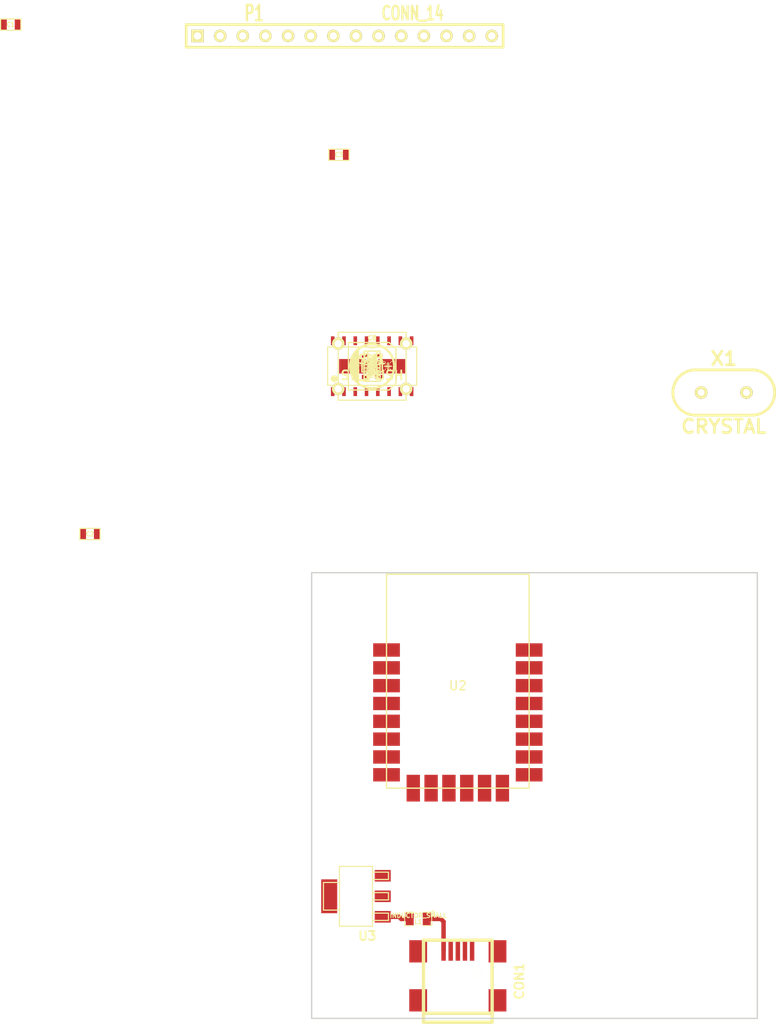
<source format=kicad_pcb>
(kicad_pcb (version 4) (host pcbnew "(2016-01-14 BZR 6468, Git f15af3a)-product")

  (general
    (links 93)
    (no_connects 76)
    (area 0 0 0 0)
    (thickness 1.6)
    (drawings 6)
    (tracks 8)
    (zones 0)
    (modules 32)
    (nets 59)
  )

  (page A4)
  (layers
    (0 F.Cu signal)
    (31 B.Cu signal)
    (32 B.Adhes user)
    (33 F.Adhes user)
    (34 B.Paste user)
    (35 F.Paste user)
    (36 B.SilkS user)
    (37 F.SilkS user)
    (38 B.Mask user)
    (39 F.Mask user)
    (40 Dwgs.User user)
    (41 Cmts.User user)
    (42 Eco1.User user)
    (43 Eco2.User user)
    (44 Edge.Cuts user)
    (45 Margin user)
    (46 B.CrtYd user)
    (47 F.CrtYd user)
    (48 B.Fab user)
    (49 F.Fab user)
  )

  (setup
    (last_trace_width 0.5)
    (user_trace_width 0.3)
    (user_trace_width 0.5)
    (user_trace_width 0.75)
    (user_trace_width 1)
    (user_trace_width 1.5)
    (trace_clearance 0.2)
    (zone_clearance 0.508)
    (zone_45_only no)
    (trace_min 0.29)
    (segment_width 0.2)
    (edge_width 0.15)
    (via_size 0.6)
    (via_drill 0.4)
    (via_min_size 0.4)
    (via_min_drill 0.25)
    (user_via 0.4 0.25)
    (uvia_size 0.3)
    (uvia_drill 0.1)
    (uvias_allowed no)
    (uvia_min_size 0.2)
    (uvia_min_drill 0.1)
    (pcb_text_width 0.3)
    (pcb_text_size 1.5 1.5)
    (mod_edge_width 0.15)
    (mod_text_size 1 1)
    (mod_text_width 0.15)
    (pad_size 1.524 1.524)
    (pad_drill 0.762)
    (pad_to_mask_clearance 0.2)
    (aux_axis_origin 0 0)
    (visible_elements FFFFFF7F)
    (pcbplotparams
      (layerselection 0x00030_ffffffff)
      (usegerberextensions false)
      (excludeedgelayer true)
      (linewidth 0.100000)
      (plotframeref false)
      (viasonmask false)
      (mode 1)
      (useauxorigin false)
      (hpglpennumber 1)
      (hpglpenspeed 20)
      (hpglpendiameter 15)
      (hpglpenoverlay 2)
      (psnegative false)
      (psa4output false)
      (plotreference true)
      (plotvalue true)
      (plotinvisibletext false)
      (padsonsilk false)
      (subtractmaskfromsilk false)
      (outputformat 1)
      (mirror false)
      (drillshape 1)
      (scaleselection 1)
      (outputdirectory ""))
  )

  (net 0 "")
  (net 1 "Net-(C1-Pad1)")
  (net 2 GND)
  (net 3 "Net-(C2-Pad1)")
  (net 4 +3.3V)
  (net 5 Reset)
  (net 6 +5V)
  (net 7 "Net-(CON1-Pad1)")
  (net 8 UD-)
  (net 9 UD+)
  (net 10 "Net-(CON1-Pad4)")
  (net 11 "Net-(D1-Pad1)")
  (net 12 TXD)
  (net 13 "Net-(D2-Pad1)")
  (net 14 RXD)
  (net 15 "Net-(D3-Pad1)")
  (net 16 "Net-(D4-Pad1)")
  (net 17 "Net-(P1-Pad1)")
  (net 18 "Net-(P1-Pad2)")
  (net 19 "Net-(P1-Pad3)")
  (net 20 "Net-(P1-Pad4)")
  (net 21 "Net-(P1-Pad5)")
  (net 22 "Net-(P1-Pad6)")
  (net 23 "Net-(P1-Pad7)")
  (net 24 "Net-(P1-Pad8)")
  (net 25 "Net-(P1-Pad9)")
  (net 26 "Net-(P1-Pad10)")
  (net 27 "Net-(P1-Pad11)")
  (net 28 "Net-(P1-Pad12)")
  (net 29 "Net-(P1-Pad13)")
  (net 30 "Net-(P1-Pad14)")
  (net 31 "Net-(R1-Pad2)")
  (net 32 Select)
  (net 33 "Net-(R2-Pad2)")
  (net 34 "Net-(R4-Pad1)")
  (net 35 "Net-(R5-Pad1)")
  (net 36 GPIO2)
  (net 37 GPIO15)
  (net 38 "Net-(RP2-Pad2)")
  (net 39 "Net-(RP2-Pad3)")
  (net 40 "Net-(RP2-Pad1)")
  (net 41 "Net-(RP2-Pad4)")
  (net 42 "Net-(RP3-Pad2)")
  (net 43 "Net-(RP3-Pad3)")
  (net 44 "Net-(RP3-Pad1)")
  (net 45 "Net-(RP3-Pad4)")
  (net 46 "Net-(RP4-Pad2)")
  (net 47 "Net-(RP4-Pad3)")
  (net 48 "Net-(RP4-Pad1)")
  (net 49 "Net-(RP4-Pad4)")
  (net 50 "Net-(RP5-Pad3)")
  (net 51 "Net-(RP5-Pad6)")
  (net 52 "Net-(RP5-Pad4)")
  (net 53 "Net-(RP5-Pad5)")
  (net 54 "Net-(U1-Pad15)")
  (net 55 "Net-(U1-Pad12)")
  (net 56 "Net-(U1-Pad11)")
  (net 57 "Net-(U1-Pad10)")
  (net 58 "Net-(U1-Pad9)")

  (net_class Default "This is the default net class."
    (clearance 0.2)
    (trace_width 0.3)
    (via_dia 0.6)
    (via_drill 0.4)
    (uvia_dia 0.3)
    (uvia_drill 0.1)
    (add_net +3.3V)
    (add_net +5V)
    (add_net GND)
    (add_net GPIO15)
    (add_net GPIO2)
    (add_net "Net-(C1-Pad1)")
    (add_net "Net-(C2-Pad1)")
    (add_net "Net-(CON1-Pad1)")
    (add_net "Net-(CON1-Pad4)")
    (add_net "Net-(D1-Pad1)")
    (add_net "Net-(D2-Pad1)")
    (add_net "Net-(D3-Pad1)")
    (add_net "Net-(D4-Pad1)")
    (add_net "Net-(P1-Pad1)")
    (add_net "Net-(P1-Pad10)")
    (add_net "Net-(P1-Pad11)")
    (add_net "Net-(P1-Pad12)")
    (add_net "Net-(P1-Pad13)")
    (add_net "Net-(P1-Pad14)")
    (add_net "Net-(P1-Pad2)")
    (add_net "Net-(P1-Pad3)")
    (add_net "Net-(P1-Pad4)")
    (add_net "Net-(P1-Pad5)")
    (add_net "Net-(P1-Pad6)")
    (add_net "Net-(P1-Pad7)")
    (add_net "Net-(P1-Pad8)")
    (add_net "Net-(P1-Pad9)")
    (add_net "Net-(R1-Pad2)")
    (add_net "Net-(R2-Pad2)")
    (add_net "Net-(R4-Pad1)")
    (add_net "Net-(R5-Pad1)")
    (add_net "Net-(RP2-Pad1)")
    (add_net "Net-(RP2-Pad2)")
    (add_net "Net-(RP2-Pad3)")
    (add_net "Net-(RP2-Pad4)")
    (add_net "Net-(RP3-Pad1)")
    (add_net "Net-(RP3-Pad2)")
    (add_net "Net-(RP3-Pad3)")
    (add_net "Net-(RP3-Pad4)")
    (add_net "Net-(RP4-Pad1)")
    (add_net "Net-(RP4-Pad2)")
    (add_net "Net-(RP4-Pad3)")
    (add_net "Net-(RP4-Pad4)")
    (add_net "Net-(RP5-Pad3)")
    (add_net "Net-(RP5-Pad4)")
    (add_net "Net-(RP5-Pad5)")
    (add_net "Net-(RP5-Pad6)")
    (add_net "Net-(U1-Pad10)")
    (add_net "Net-(U1-Pad11)")
    (add_net "Net-(U1-Pad12)")
    (add_net "Net-(U1-Pad15)")
    (add_net "Net-(U1-Pad9)")
    (add_net RXD)
    (add_net Reset)
    (add_net Select)
    (add_net TXD)
    (add_net UD+)
    (add_net UD-)
  )

  (module libcms:SM0603 (layer F.Cu) (tedit 4E43A3D1) (tstamp 56E0813E)
    (at 102.235 16.51)
    (path /56D78A96)
    (attr smd)
    (fp_text reference C1 (at 0 0) (layer F.SilkS)
      (effects (font (size 0.508 0.4572) (thickness 0.1143)))
    )
    (fp_text value 22p (at 0 0) (layer F.SilkS) hide
      (effects (font (size 0.508 0.4572) (thickness 0.1143)))
    )
    (fp_line (start -1.143 -0.635) (end 1.143 -0.635) (layer F.SilkS) (width 0.127))
    (fp_line (start 1.143 -0.635) (end 1.143 0.635) (layer F.SilkS) (width 0.127))
    (fp_line (start 1.143 0.635) (end -1.143 0.635) (layer F.SilkS) (width 0.127))
    (fp_line (start -1.143 0.635) (end -1.143 -0.635) (layer F.SilkS) (width 0.127))
    (pad 1 smd rect (at -0.762 0) (size 0.635 1.143) (layers F.Cu F.Paste F.Mask)
      (net 1 "Net-(C1-Pad1)"))
    (pad 2 smd rect (at 0.762 0) (size 0.635 1.143) (layers F.Cu F.Paste F.Mask)
      (net 2 GND))
    (model smd\resistors\R0603.wrl
      (at (xyz 0 0 0.001))
      (scale (xyz 0.5 0.5 0.5))
      (rotate (xyz 0 0 0))
    )
  )

  (module libcms:SM0603 (layer F.Cu) (tedit 4E43A3D1) (tstamp 56E08144)
    (at 111.125 73.66)
    (path /56D78B5F)
    (attr smd)
    (fp_text reference C2 (at 0 0) (layer F.SilkS)
      (effects (font (size 0.508 0.4572) (thickness 0.1143)))
    )
    (fp_text value 22p (at 0 0) (layer F.SilkS) hide
      (effects (font (size 0.508 0.4572) (thickness 0.1143)))
    )
    (fp_line (start -1.143 -0.635) (end 1.143 -0.635) (layer F.SilkS) (width 0.127))
    (fp_line (start 1.143 -0.635) (end 1.143 0.635) (layer F.SilkS) (width 0.127))
    (fp_line (start 1.143 0.635) (end -1.143 0.635) (layer F.SilkS) (width 0.127))
    (fp_line (start -1.143 0.635) (end -1.143 -0.635) (layer F.SilkS) (width 0.127))
    (pad 1 smd rect (at -0.762 0) (size 0.635 1.143) (layers F.Cu F.Paste F.Mask)
      (net 3 "Net-(C2-Pad1)"))
    (pad 2 smd rect (at 0.762 0) (size 0.635 1.143) (layers F.Cu F.Paste F.Mask)
      (net 2 GND))
    (model smd\resistors\R0603.wrl
      (at (xyz 0 0 0.001))
      (scale (xyz 0.5 0.5 0.5))
      (rotate (xyz 0 0 0))
    )
  )

  (module libcms:SM0603 (layer F.Cu) (tedit 4E43A3D1) (tstamp 56E0814A)
    (at 139.065 31.115)
    (path /56D782F6)
    (attr smd)
    (fp_text reference C3 (at 0 0) (layer F.SilkS)
      (effects (font (size 0.508 0.4572) (thickness 0.1143)))
    )
    (fp_text value 100n (at 0 0) (layer F.SilkS) hide
      (effects (font (size 0.508 0.4572) (thickness 0.1143)))
    )
    (fp_line (start -1.143 -0.635) (end 1.143 -0.635) (layer F.SilkS) (width 0.127))
    (fp_line (start 1.143 -0.635) (end 1.143 0.635) (layer F.SilkS) (width 0.127))
    (fp_line (start 1.143 0.635) (end -1.143 0.635) (layer F.SilkS) (width 0.127))
    (fp_line (start -1.143 0.635) (end -1.143 -0.635) (layer F.SilkS) (width 0.127))
    (pad 1 smd rect (at -0.762 0) (size 0.635 1.143) (layers F.Cu F.Paste F.Mask)
      (net 4 +3.3V))
    (pad 2 smd rect (at 0.762 0) (size 0.635 1.143) (layers F.Cu F.Paste F.Mask)
      (net 2 GND))
    (model smd\resistors\R0603.wrl
      (at (xyz 0 0 0.001))
      (scale (xyz 0.5 0.5 0.5))
      (rotate (xyz 0 0 0))
    )
  )

  (module libcms:SM0603 (layer F.Cu) (tedit 4E43A3D1) (tstamp 56E08150)
    (at 142.7861 54.8386)
    (path /56D75E9D)
    (attr smd)
    (fp_text reference C4 (at 0 0) (layer F.SilkS)
      (effects (font (size 0.508 0.4572) (thickness 0.1143)))
    )
    (fp_text value C (at 0 0) (layer F.SilkS) hide
      (effects (font (size 0.508 0.4572) (thickness 0.1143)))
    )
    (fp_line (start -1.143 -0.635) (end 1.143 -0.635) (layer F.SilkS) (width 0.127))
    (fp_line (start 1.143 -0.635) (end 1.143 0.635) (layer F.SilkS) (width 0.127))
    (fp_line (start 1.143 0.635) (end -1.143 0.635) (layer F.SilkS) (width 0.127))
    (fp_line (start -1.143 0.635) (end -1.143 -0.635) (layer F.SilkS) (width 0.127))
    (pad 1 smd rect (at -0.762 0) (size 0.635 1.143) (layers F.Cu F.Paste F.Mask)
      (net 5 Reset))
    (pad 2 smd rect (at 0.762 0) (size 0.635 1.143) (layers F.Cu F.Paste F.Mask)
      (net 2 GND))
    (model smd\resistors\R0603.wrl
      (at (xyz 0 0 0.001))
      (scale (xyz 0.5 0.5 0.5))
      (rotate (xyz 0 0 0))
    )
  )

  (module smd_capacitors:c_elec_5x5.3 (layer F.Cu) (tedit 49F5AF5C) (tstamp 56E08156)
    (at 142.7861 54.8386)
    (descr "SMT capacitor, aluminium electrolytic, 5x5.3")
    (path /56D7386E)
    (fp_text reference C5 (at 0 -3.175) (layer F.SilkS)
      (effects (font (size 0.50038 0.50038) (thickness 0.11938)))
    )
    (fp_text value CP1 (at 0 3.175) (layer F.SilkS) hide
      (effects (font (size 0.50038 0.50038) (thickness 0.11938)))
    )
    (fp_line (start -2.286 -0.635) (end -2.286 0.762) (layer F.SilkS) (width 0.127))
    (fp_line (start -2.159 -0.889) (end -2.159 0.889) (layer F.SilkS) (width 0.127))
    (fp_line (start -2.032 -1.27) (end -2.032 1.27) (layer F.SilkS) (width 0.127))
    (fp_line (start -1.905 1.397) (end -1.905 -1.397) (layer F.SilkS) (width 0.127))
    (fp_line (start -1.778 -1.524) (end -1.778 1.524) (layer F.SilkS) (width 0.127))
    (fp_line (start -1.651 1.651) (end -1.651 -1.651) (layer F.SilkS) (width 0.127))
    (fp_line (start -1.524 -1.778) (end -1.524 1.778) (layer F.SilkS) (width 0.127))
    (fp_circle (center 0 0) (end -2.413 0) (layer F.SilkS) (width 0.127))
    (fp_line (start -2.667 -2.667) (end 1.905 -2.667) (layer F.SilkS) (width 0.127))
    (fp_line (start 1.905 -2.667) (end 2.667 -1.905) (layer F.SilkS) (width 0.127))
    (fp_line (start 2.667 -1.905) (end 2.667 1.905) (layer F.SilkS) (width 0.127))
    (fp_line (start 2.667 1.905) (end 1.905 2.667) (layer F.SilkS) (width 0.127))
    (fp_line (start 1.905 2.667) (end -2.667 2.667) (layer F.SilkS) (width 0.127))
    (fp_line (start -2.667 2.667) (end -2.667 -2.667) (layer F.SilkS) (width 0.127))
    (fp_line (start 2.159 0) (end 1.397 0) (layer F.SilkS) (width 0.127))
    (fp_line (start 1.778 -0.381) (end 1.778 0.381) (layer F.SilkS) (width 0.127))
    (pad 1 smd rect (at 2.19964 0) (size 2.99974 1.6002) (layers F.Cu F.Paste F.Mask)
      (net 6 +5V))
    (pad 2 smd rect (at -2.19964 0) (size 2.99974 1.6002) (layers F.Cu F.Paste F.Mask)
      (net 2 GND))
    (model smd/capacitors/c_elec_5x5_3.wrl
      (at (xyz 0 0 0))
      (scale (xyz 1 1 1))
      (rotate (xyz 0 0 0))
    )
  )

  (module libcms:SM0603 (layer F.Cu) (tedit 4E43A3D1) (tstamp 56E0815C)
    (at 142.7861 54.8386)
    (path /56D73C9B)
    (attr smd)
    (fp_text reference C6 (at 0 0) (layer F.SilkS)
      (effects (font (size 0.508 0.4572) (thickness 0.1143)))
    )
    (fp_text value C (at 0 0) (layer F.SilkS) hide
      (effects (font (size 0.508 0.4572) (thickness 0.1143)))
    )
    (fp_line (start -1.143 -0.635) (end 1.143 -0.635) (layer F.SilkS) (width 0.127))
    (fp_line (start 1.143 -0.635) (end 1.143 0.635) (layer F.SilkS) (width 0.127))
    (fp_line (start 1.143 0.635) (end -1.143 0.635) (layer F.SilkS) (width 0.127))
    (fp_line (start -1.143 0.635) (end -1.143 -0.635) (layer F.SilkS) (width 0.127))
    (pad 1 smd rect (at -0.762 0) (size 0.635 1.143) (layers F.Cu F.Paste F.Mask)
      (net 6 +5V))
    (pad 2 smd rect (at 0.762 0) (size 0.635 1.143) (layers F.Cu F.Paste F.Mask)
      (net 2 GND))
    (model smd\resistors\R0603.wrl
      (at (xyz 0 0 0.001))
      (scale (xyz 0.5 0.5 0.5))
      (rotate (xyz 0 0 0))
    )
  )

  (module libcms:SM0603 (layer F.Cu) (tedit 4E43A3D1) (tstamp 56E08162)
    (at 142.7861 54.8386)
    (path /56D73CEB)
    (attr smd)
    (fp_text reference C7 (at 0 0) (layer F.SilkS)
      (effects (font (size 0.508 0.4572) (thickness 0.1143)))
    )
    (fp_text value C (at 0 0) (layer F.SilkS) hide
      (effects (font (size 0.508 0.4572) (thickness 0.1143)))
    )
    (fp_line (start -1.143 -0.635) (end 1.143 -0.635) (layer F.SilkS) (width 0.127))
    (fp_line (start 1.143 -0.635) (end 1.143 0.635) (layer F.SilkS) (width 0.127))
    (fp_line (start 1.143 0.635) (end -1.143 0.635) (layer F.SilkS) (width 0.127))
    (fp_line (start -1.143 0.635) (end -1.143 -0.635) (layer F.SilkS) (width 0.127))
    (pad 1 smd rect (at -0.762 0) (size 0.635 1.143) (layers F.Cu F.Paste F.Mask)
      (net 4 +3.3V))
    (pad 2 smd rect (at 0.762 0) (size 0.635 1.143) (layers F.Cu F.Paste F.Mask)
      (net 2 GND))
    (model smd\resistors\R0603.wrl
      (at (xyz 0 0 0.001))
      (scale (xyz 0.5 0.5 0.5))
      (rotate (xyz 0 0 0))
    )
  )

  (module smd_capacitors:c_elec_5x5.3 (layer F.Cu) (tedit 49F5AF5C) (tstamp 56E08168)
    (at 142.7861 54.8386)
    (descr "SMT capacitor, aluminium electrolytic, 5x5.3")
    (path /56D738D8)
    (fp_text reference C8 (at 0 -3.175) (layer F.SilkS)
      (effects (font (size 0.50038 0.50038) (thickness 0.11938)))
    )
    (fp_text value CP1 (at 0 3.175) (layer F.SilkS) hide
      (effects (font (size 0.50038 0.50038) (thickness 0.11938)))
    )
    (fp_line (start -2.286 -0.635) (end -2.286 0.762) (layer F.SilkS) (width 0.127))
    (fp_line (start -2.159 -0.889) (end -2.159 0.889) (layer F.SilkS) (width 0.127))
    (fp_line (start -2.032 -1.27) (end -2.032 1.27) (layer F.SilkS) (width 0.127))
    (fp_line (start -1.905 1.397) (end -1.905 -1.397) (layer F.SilkS) (width 0.127))
    (fp_line (start -1.778 -1.524) (end -1.778 1.524) (layer F.SilkS) (width 0.127))
    (fp_line (start -1.651 1.651) (end -1.651 -1.651) (layer F.SilkS) (width 0.127))
    (fp_line (start -1.524 -1.778) (end -1.524 1.778) (layer F.SilkS) (width 0.127))
    (fp_circle (center 0 0) (end -2.413 0) (layer F.SilkS) (width 0.127))
    (fp_line (start -2.667 -2.667) (end 1.905 -2.667) (layer F.SilkS) (width 0.127))
    (fp_line (start 1.905 -2.667) (end 2.667 -1.905) (layer F.SilkS) (width 0.127))
    (fp_line (start 2.667 -1.905) (end 2.667 1.905) (layer F.SilkS) (width 0.127))
    (fp_line (start 2.667 1.905) (end 1.905 2.667) (layer F.SilkS) (width 0.127))
    (fp_line (start 1.905 2.667) (end -2.667 2.667) (layer F.SilkS) (width 0.127))
    (fp_line (start -2.667 2.667) (end -2.667 -2.667) (layer F.SilkS) (width 0.127))
    (fp_line (start 2.159 0) (end 1.397 0) (layer F.SilkS) (width 0.127))
    (fp_line (start 1.778 -0.381) (end 1.778 0.381) (layer F.SilkS) (width 0.127))
    (pad 1 smd rect (at 2.19964 0) (size 2.99974 1.6002) (layers F.Cu F.Paste F.Mask)
      (net 4 +3.3V))
    (pad 2 smd rect (at -2.19964 0) (size 2.99974 1.6002) (layers F.Cu F.Paste F.Mask)
      (net 2 GND))
    (model smd/capacitors/c_elec_5x5_3.wrl
      (at (xyz 0 0 0))
      (scale (xyz 1 1 1))
      (rotate (xyz 0 0 0))
    )
  )

  (module connect:USB_MINI_B (layer F.Cu) (tedit 505F99F2) (tstamp 56E08177)
    (at 152.4 123.825 90)
    (descr "USB Mini-B 5-pin SMD connector")
    (tags "USB, Mini-B, connector")
    (path /56D74386)
    (fp_text reference CON1 (at 0 6.90118 90) (layer F.SilkS)
      (effects (font (size 1.016 1.016) (thickness 0.2032)))
    )
    (fp_text value USB-MINI-B (at 0 -7.0993 90) (layer F.SilkS) hide
      (effects (font (size 1.016 1.016) (thickness 0.2032)))
    )
    (fp_line (start -3.59918 -3.85064) (end -3.59918 3.85064) (layer F.SilkS) (width 0.381))
    (fp_line (start -4.59994 -3.85064) (end -4.59994 3.85064) (layer F.SilkS) (width 0.381))
    (fp_line (start -4.59994 3.85064) (end 4.59994 3.85064) (layer F.SilkS) (width 0.381))
    (fp_line (start 4.59994 3.85064) (end 4.59994 -3.85064) (layer F.SilkS) (width 0.381))
    (fp_line (start 4.59994 -3.85064) (end -4.59994 -3.85064) (layer F.SilkS) (width 0.381))
    (pad 1 smd rect (at 3.44932 -1.6002 90) (size 2.30124 0.50038) (layers F.Cu F.Paste F.Mask)
      (net 7 "Net-(CON1-Pad1)"))
    (pad 2 smd rect (at 3.44932 -0.8001 90) (size 2.30124 0.50038) (layers F.Cu F.Paste F.Mask)
      (net 8 UD-))
    (pad 3 smd rect (at 3.44932 0 90) (size 2.30124 0.50038) (layers F.Cu F.Paste F.Mask)
      (net 9 UD+))
    (pad 4 smd rect (at 3.44932 0.8001 90) (size 2.30124 0.50038) (layers F.Cu F.Paste F.Mask)
      (net 10 "Net-(CON1-Pad4)"))
    (pad 5 smd rect (at 3.44932 1.6002 90) (size 2.30124 0.50038) (layers F.Cu F.Paste F.Mask)
      (net 2 GND))
    (pad 6 smd rect (at 3.35026 -4.45008 90) (size 2.49936 1.99898) (layers F.Cu F.Paste F.Mask)
      (net 2 GND))
    (pad 7 smd rect (at -2.14884 -4.45008 90) (size 2.49936 1.99898) (layers F.Cu F.Paste F.Mask)
      (net 2 GND))
    (pad 8 smd rect (at 3.35026 4.45008 90) (size 2.49936 1.99898) (layers F.Cu F.Paste F.Mask)
      (net 2 GND))
    (pad 9 smd rect (at -2.14884 4.45008 90) (size 2.49936 1.99898) (layers F.Cu F.Paste F.Mask)
      (net 2 GND))
    (pad "" np_thru_hole circle (at 0.8509 -2.19964 90) (size 0.89916 0.89916) (drill 0.89916) (layers *.Cu *.Mask F.SilkS))
    (pad 2 np_thru_hole circle (at 0.8509 2.19964 90) (size 0.89916 0.89916) (drill 0.89916) (layers *.Cu *.Mask F.SilkS)
      (net 8 UD-))
  )

  (module led:LED-0603 (layer F.Cu) (tedit 4E16AFB4) (tstamp 56E0817D)
    (at 142.7861 54.8386)
    (descr "LED 0603 smd package")
    (tags "LED led 0603 SMD smd SMT smt smdled SMDLED smtled SMTLED")
    (path /56E06B7E)
    (attr smd)
    (fp_text reference D1 (at 0 -1.016) (layer F.SilkS)
      (effects (font (size 0.508 0.508) (thickness 0.127)))
    )
    (fp_text value LED (at 0 1.016) (layer F.SilkS)
      (effects (font (size 0.508 0.508) (thickness 0.127)))
    )
    (fp_line (start 0.44958 -0.44958) (end 0.44958 0.44958) (layer F.SilkS) (width 0.06604))
    (fp_line (start 0.44958 0.44958) (end 0.84836 0.44958) (layer F.SilkS) (width 0.06604))
    (fp_line (start 0.84836 -0.44958) (end 0.84836 0.44958) (layer F.SilkS) (width 0.06604))
    (fp_line (start 0.44958 -0.44958) (end 0.84836 -0.44958) (layer F.SilkS) (width 0.06604))
    (fp_line (start -0.84836 -0.44958) (end -0.84836 0.44958) (layer F.SilkS) (width 0.06604))
    (fp_line (start -0.84836 0.44958) (end -0.44958 0.44958) (layer F.SilkS) (width 0.06604))
    (fp_line (start -0.44958 -0.44958) (end -0.44958 0.44958) (layer F.SilkS) (width 0.06604))
    (fp_line (start -0.84836 -0.44958) (end -0.44958 -0.44958) (layer F.SilkS) (width 0.06604))
    (fp_line (start 0 -0.44958) (end 0 -0.29972) (layer F.SilkS) (width 0.06604))
    (fp_line (start 0 -0.29972) (end 0.29972 -0.29972) (layer F.SilkS) (width 0.06604))
    (fp_line (start 0.29972 -0.44958) (end 0.29972 -0.29972) (layer F.SilkS) (width 0.06604))
    (fp_line (start 0 -0.44958) (end 0.29972 -0.44958) (layer F.SilkS) (width 0.06604))
    (fp_line (start 0 0.29972) (end 0 0.44958) (layer F.SilkS) (width 0.06604))
    (fp_line (start 0 0.44958) (end 0.29972 0.44958) (layer F.SilkS) (width 0.06604))
    (fp_line (start 0.29972 0.29972) (end 0.29972 0.44958) (layer F.SilkS) (width 0.06604))
    (fp_line (start 0 0.29972) (end 0.29972 0.29972) (layer F.SilkS) (width 0.06604))
    (fp_line (start 0 -0.14986) (end 0 0.14986) (layer F.SilkS) (width 0.06604))
    (fp_line (start 0 0.14986) (end 0.29972 0.14986) (layer F.SilkS) (width 0.06604))
    (fp_line (start 0.29972 -0.14986) (end 0.29972 0.14986) (layer F.SilkS) (width 0.06604))
    (fp_line (start 0 -0.14986) (end 0.29972 -0.14986) (layer F.SilkS) (width 0.06604))
    (fp_line (start 0.44958 -0.39878) (end -0.44958 -0.39878) (layer F.SilkS) (width 0.1016))
    (fp_line (start 0.44958 0.39878) (end -0.44958 0.39878) (layer F.SilkS) (width 0.1016))
    (pad 1 smd rect (at -0.7493 0) (size 0.79756 0.79756) (layers F.Cu F.Paste F.Mask)
      (net 11 "Net-(D1-Pad1)"))
    (pad 2 smd rect (at 0.7493 0) (size 0.79756 0.79756) (layers F.Cu F.Paste F.Mask)
      (net 12 TXD))
  )

  (module led:LED-0603 (layer F.Cu) (tedit 4E16AFB4) (tstamp 56E08183)
    (at 142.7861 54.8386)
    (descr "LED 0603 smd package")
    (tags "LED led 0603 SMD smd SMT smt smdled SMDLED smtled SMTLED")
    (path /56E06E3F)
    (attr smd)
    (fp_text reference D2 (at 0 -1.016) (layer F.SilkS)
      (effects (font (size 0.508 0.508) (thickness 0.127)))
    )
    (fp_text value LED (at 0 1.016) (layer F.SilkS)
      (effects (font (size 0.508 0.508) (thickness 0.127)))
    )
    (fp_line (start 0.44958 -0.44958) (end 0.44958 0.44958) (layer F.SilkS) (width 0.06604))
    (fp_line (start 0.44958 0.44958) (end 0.84836 0.44958) (layer F.SilkS) (width 0.06604))
    (fp_line (start 0.84836 -0.44958) (end 0.84836 0.44958) (layer F.SilkS) (width 0.06604))
    (fp_line (start 0.44958 -0.44958) (end 0.84836 -0.44958) (layer F.SilkS) (width 0.06604))
    (fp_line (start -0.84836 -0.44958) (end -0.84836 0.44958) (layer F.SilkS) (width 0.06604))
    (fp_line (start -0.84836 0.44958) (end -0.44958 0.44958) (layer F.SilkS) (width 0.06604))
    (fp_line (start -0.44958 -0.44958) (end -0.44958 0.44958) (layer F.SilkS) (width 0.06604))
    (fp_line (start -0.84836 -0.44958) (end -0.44958 -0.44958) (layer F.SilkS) (width 0.06604))
    (fp_line (start 0 -0.44958) (end 0 -0.29972) (layer F.SilkS) (width 0.06604))
    (fp_line (start 0 -0.29972) (end 0.29972 -0.29972) (layer F.SilkS) (width 0.06604))
    (fp_line (start 0.29972 -0.44958) (end 0.29972 -0.29972) (layer F.SilkS) (width 0.06604))
    (fp_line (start 0 -0.44958) (end 0.29972 -0.44958) (layer F.SilkS) (width 0.06604))
    (fp_line (start 0 0.29972) (end 0 0.44958) (layer F.SilkS) (width 0.06604))
    (fp_line (start 0 0.44958) (end 0.29972 0.44958) (layer F.SilkS) (width 0.06604))
    (fp_line (start 0.29972 0.29972) (end 0.29972 0.44958) (layer F.SilkS) (width 0.06604))
    (fp_line (start 0 0.29972) (end 0.29972 0.29972) (layer F.SilkS) (width 0.06604))
    (fp_line (start 0 -0.14986) (end 0 0.14986) (layer F.SilkS) (width 0.06604))
    (fp_line (start 0 0.14986) (end 0.29972 0.14986) (layer F.SilkS) (width 0.06604))
    (fp_line (start 0.29972 -0.14986) (end 0.29972 0.14986) (layer F.SilkS) (width 0.06604))
    (fp_line (start 0 -0.14986) (end 0.29972 -0.14986) (layer F.SilkS) (width 0.06604))
    (fp_line (start 0.44958 -0.39878) (end -0.44958 -0.39878) (layer F.SilkS) (width 0.1016))
    (fp_line (start 0.44958 0.39878) (end -0.44958 0.39878) (layer F.SilkS) (width 0.1016))
    (pad 1 smd rect (at -0.7493 0) (size 0.79756 0.79756) (layers F.Cu F.Paste F.Mask)
      (net 13 "Net-(D2-Pad1)"))
    (pad 2 smd rect (at 0.7493 0) (size 0.79756 0.79756) (layers F.Cu F.Paste F.Mask)
      (net 14 RXD))
  )

  (module led:LED-0603 (layer F.Cu) (tedit 4E16AFB4) (tstamp 56E08189)
    (at 142.7861 54.8386)
    (descr "LED 0603 smd package")
    (tags "LED led 0603 SMD smd SMT smt smdled SMDLED smtled SMTLED")
    (path /56D73E62)
    (attr smd)
    (fp_text reference D3 (at 0 -1.016) (layer F.SilkS)
      (effects (font (size 0.508 0.508) (thickness 0.127)))
    )
    (fp_text value LED (at 0 1.016) (layer F.SilkS)
      (effects (font (size 0.508 0.508) (thickness 0.127)))
    )
    (fp_line (start 0.44958 -0.44958) (end 0.44958 0.44958) (layer F.SilkS) (width 0.06604))
    (fp_line (start 0.44958 0.44958) (end 0.84836 0.44958) (layer F.SilkS) (width 0.06604))
    (fp_line (start 0.84836 -0.44958) (end 0.84836 0.44958) (layer F.SilkS) (width 0.06604))
    (fp_line (start 0.44958 -0.44958) (end 0.84836 -0.44958) (layer F.SilkS) (width 0.06604))
    (fp_line (start -0.84836 -0.44958) (end -0.84836 0.44958) (layer F.SilkS) (width 0.06604))
    (fp_line (start -0.84836 0.44958) (end -0.44958 0.44958) (layer F.SilkS) (width 0.06604))
    (fp_line (start -0.44958 -0.44958) (end -0.44958 0.44958) (layer F.SilkS) (width 0.06604))
    (fp_line (start -0.84836 -0.44958) (end -0.44958 -0.44958) (layer F.SilkS) (width 0.06604))
    (fp_line (start 0 -0.44958) (end 0 -0.29972) (layer F.SilkS) (width 0.06604))
    (fp_line (start 0 -0.29972) (end 0.29972 -0.29972) (layer F.SilkS) (width 0.06604))
    (fp_line (start 0.29972 -0.44958) (end 0.29972 -0.29972) (layer F.SilkS) (width 0.06604))
    (fp_line (start 0 -0.44958) (end 0.29972 -0.44958) (layer F.SilkS) (width 0.06604))
    (fp_line (start 0 0.29972) (end 0 0.44958) (layer F.SilkS) (width 0.06604))
    (fp_line (start 0 0.44958) (end 0.29972 0.44958) (layer F.SilkS) (width 0.06604))
    (fp_line (start 0.29972 0.29972) (end 0.29972 0.44958) (layer F.SilkS) (width 0.06604))
    (fp_line (start 0 0.29972) (end 0.29972 0.29972) (layer F.SilkS) (width 0.06604))
    (fp_line (start 0 -0.14986) (end 0 0.14986) (layer F.SilkS) (width 0.06604))
    (fp_line (start 0 0.14986) (end 0.29972 0.14986) (layer F.SilkS) (width 0.06604))
    (fp_line (start 0.29972 -0.14986) (end 0.29972 0.14986) (layer F.SilkS) (width 0.06604))
    (fp_line (start 0 -0.14986) (end 0.29972 -0.14986) (layer F.SilkS) (width 0.06604))
    (fp_line (start 0.44958 -0.39878) (end -0.44958 -0.39878) (layer F.SilkS) (width 0.1016))
    (fp_line (start 0.44958 0.39878) (end -0.44958 0.39878) (layer F.SilkS) (width 0.1016))
    (pad 1 smd rect (at -0.7493 0) (size 0.79756 0.79756) (layers F.Cu F.Paste F.Mask)
      (net 15 "Net-(D3-Pad1)"))
    (pad 2 smd rect (at 0.7493 0) (size 0.79756 0.79756) (layers F.Cu F.Paste F.Mask)
      (net 2 GND))
  )

  (module led:LED-0603 (layer F.Cu) (tedit 4E16AFB4) (tstamp 56E0818F)
    (at 142.7861 54.8386)
    (descr "LED 0603 smd package")
    (tags "LED led 0603 SMD smd SMT smt smdled SMDLED smtled SMTLED")
    (path /56E07E79)
    (attr smd)
    (fp_text reference D4 (at 0 -1.016) (layer F.SilkS)
      (effects (font (size 0.508 0.508) (thickness 0.127)))
    )
    (fp_text value LED (at 0 1.016) (layer F.SilkS)
      (effects (font (size 0.508 0.508) (thickness 0.127)))
    )
    (fp_line (start 0.44958 -0.44958) (end 0.44958 0.44958) (layer F.SilkS) (width 0.06604))
    (fp_line (start 0.44958 0.44958) (end 0.84836 0.44958) (layer F.SilkS) (width 0.06604))
    (fp_line (start 0.84836 -0.44958) (end 0.84836 0.44958) (layer F.SilkS) (width 0.06604))
    (fp_line (start 0.44958 -0.44958) (end 0.84836 -0.44958) (layer F.SilkS) (width 0.06604))
    (fp_line (start -0.84836 -0.44958) (end -0.84836 0.44958) (layer F.SilkS) (width 0.06604))
    (fp_line (start -0.84836 0.44958) (end -0.44958 0.44958) (layer F.SilkS) (width 0.06604))
    (fp_line (start -0.44958 -0.44958) (end -0.44958 0.44958) (layer F.SilkS) (width 0.06604))
    (fp_line (start -0.84836 -0.44958) (end -0.44958 -0.44958) (layer F.SilkS) (width 0.06604))
    (fp_line (start 0 -0.44958) (end 0 -0.29972) (layer F.SilkS) (width 0.06604))
    (fp_line (start 0 -0.29972) (end 0.29972 -0.29972) (layer F.SilkS) (width 0.06604))
    (fp_line (start 0.29972 -0.44958) (end 0.29972 -0.29972) (layer F.SilkS) (width 0.06604))
    (fp_line (start 0 -0.44958) (end 0.29972 -0.44958) (layer F.SilkS) (width 0.06604))
    (fp_line (start 0 0.29972) (end 0 0.44958) (layer F.SilkS) (width 0.06604))
    (fp_line (start 0 0.44958) (end 0.29972 0.44958) (layer F.SilkS) (width 0.06604))
    (fp_line (start 0.29972 0.29972) (end 0.29972 0.44958) (layer F.SilkS) (width 0.06604))
    (fp_line (start 0 0.29972) (end 0.29972 0.29972) (layer F.SilkS) (width 0.06604))
    (fp_line (start 0 -0.14986) (end 0 0.14986) (layer F.SilkS) (width 0.06604))
    (fp_line (start 0 0.14986) (end 0.29972 0.14986) (layer F.SilkS) (width 0.06604))
    (fp_line (start 0.29972 -0.14986) (end 0.29972 0.14986) (layer F.SilkS) (width 0.06604))
    (fp_line (start 0 -0.14986) (end 0.29972 -0.14986) (layer F.SilkS) (width 0.06604))
    (fp_line (start 0.44958 -0.39878) (end -0.44958 -0.39878) (layer F.SilkS) (width 0.1016))
    (fp_line (start 0.44958 0.39878) (end -0.44958 0.39878) (layer F.SilkS) (width 0.1016))
    (pad 1 smd rect (at -0.7493 0) (size 0.79756 0.79756) (layers F.Cu F.Paste F.Mask)
      (net 16 "Net-(D4-Pad1)"))
    (pad 2 smd rect (at 0.7493 0) (size 0.79756 0.79756) (layers F.Cu F.Paste F.Mask)
      (net 2 GND))
  )

  (module libcms:SM0805 (layer F.Cu) (tedit 5091495C) (tstamp 56E08195)
    (at 147.955 116.84 180)
    (path /56D747A4)
    (attr smd)
    (fp_text reference L1 (at 0 -0.3175 180) (layer F.SilkS)
      (effects (font (size 0.50038 0.50038) (thickness 0.10922)))
    )
    (fp_text value INDUCTOR_SMALL (at 0 0.381 180) (layer F.SilkS)
      (effects (font (size 0.50038 0.50038) (thickness 0.10922)))
    )
    (fp_circle (center -1.651 0.762) (end -1.651 0.635) (layer F.SilkS) (width 0.09906))
    (fp_line (start -0.508 0.762) (end -1.524 0.762) (layer F.SilkS) (width 0.09906))
    (fp_line (start -1.524 0.762) (end -1.524 -0.762) (layer F.SilkS) (width 0.09906))
    (fp_line (start -1.524 -0.762) (end -0.508 -0.762) (layer F.SilkS) (width 0.09906))
    (fp_line (start 0.508 -0.762) (end 1.524 -0.762) (layer F.SilkS) (width 0.09906))
    (fp_line (start 1.524 -0.762) (end 1.524 0.762) (layer F.SilkS) (width 0.09906))
    (fp_line (start 1.524 0.762) (end 0.508 0.762) (layer F.SilkS) (width 0.09906))
    (pad 1 smd rect (at -0.9525 0 180) (size 0.889 1.397) (layers F.Cu F.Paste F.Mask)
      (net 7 "Net-(CON1-Pad1)"))
    (pad 2 smd rect (at 0.9525 0 180) (size 0.889 1.397) (layers F.Cu F.Paste F.Mask)
      (net 6 +5V))
    (model smd/chip_cms.wrl
      (at (xyz 0 0 0))
      (scale (xyz 0.1 0.1 0.1))
      (rotate (xyz 0 0 0))
    )
  )

  (module connect:SIL-14 (layer F.Cu) (tedit 200000) (tstamp 56E081A7)
    (at 139.7 17.78)
    (descr "Connecteur 14 pins")
    (tags "CONN DEV")
    (path /56E08E17)
    (fp_text reference P1 (at -10.16 -2.54) (layer F.SilkS)
      (effects (font (size 1.72974 1.08712) (thickness 0.3048)))
    )
    (fp_text value CONN_14 (at 7.62 -2.54) (layer F.SilkS)
      (effects (font (size 1.524 1.016) (thickness 0.3048)))
    )
    (fp_line (start -17.78 -1.27) (end 17.78 -1.27) (layer F.SilkS) (width 0.3048))
    (fp_line (start 17.78 -1.27) (end 17.78 1.27) (layer F.SilkS) (width 0.3048))
    (fp_line (start 17.78 1.27) (end -17.78 1.27) (layer F.SilkS) (width 0.3048))
    (fp_line (start -17.78 1.27) (end -17.78 -1.27) (layer F.SilkS) (width 0.3048))
    (pad 1 thru_hole rect (at -16.51 0) (size 1.397 1.397) (drill 0.8128) (layers *.Cu *.Mask F.SilkS)
      (net 17 "Net-(P1-Pad1)"))
    (pad 2 thru_hole circle (at -13.97 0) (size 1.397 1.397) (drill 0.8128) (layers *.Cu *.Mask F.SilkS)
      (net 18 "Net-(P1-Pad2)"))
    (pad 3 thru_hole circle (at -11.43 0) (size 1.397 1.397) (drill 0.8128) (layers *.Cu *.Mask F.SilkS)
      (net 19 "Net-(P1-Pad3)"))
    (pad 4 thru_hole circle (at -8.89 0) (size 1.397 1.397) (drill 0.8128) (layers *.Cu *.Mask F.SilkS)
      (net 20 "Net-(P1-Pad4)"))
    (pad 5 thru_hole circle (at -6.35 0) (size 1.397 1.397) (drill 0.8128) (layers *.Cu *.Mask F.SilkS)
      (net 21 "Net-(P1-Pad5)"))
    (pad 6 thru_hole circle (at -3.81 0) (size 1.397 1.397) (drill 0.8128) (layers *.Cu *.Mask F.SilkS)
      (net 22 "Net-(P1-Pad6)"))
    (pad 7 thru_hole circle (at -1.27 0) (size 1.397 1.397) (drill 0.8128) (layers *.Cu *.Mask F.SilkS)
      (net 23 "Net-(P1-Pad7)"))
    (pad 8 thru_hole circle (at 1.27 0) (size 1.397 1.397) (drill 0.8128) (layers *.Cu *.Mask F.SilkS)
      (net 24 "Net-(P1-Pad8)"))
    (pad 9 thru_hole circle (at 3.81 0) (size 1.397 1.397) (drill 0.8128) (layers *.Cu *.Mask F.SilkS)
      (net 25 "Net-(P1-Pad9)"))
    (pad 10 thru_hole circle (at 6.35 0) (size 1.397 1.397) (drill 0.8128) (layers *.Cu *.Mask F.SilkS)
      (net 26 "Net-(P1-Pad10)"))
    (pad 11 thru_hole circle (at 8.89 0) (size 1.397 1.397) (drill 0.8128) (layers *.Cu *.Mask F.SilkS)
      (net 27 "Net-(P1-Pad11)"))
    (pad 12 thru_hole circle (at 11.43 0) (size 1.397 1.397) (drill 0.8128) (layers *.Cu *.Mask F.SilkS)
      (net 28 "Net-(P1-Pad12)"))
    (pad 13 thru_hole circle (at 13.97 0) (size 1.397 1.397) (drill 0.8128) (layers *.Cu *.Mask F.SilkS)
      (net 29 "Net-(P1-Pad13)"))
    (pad 14 thru_hole circle (at 16.51 0) (size 1.397 1.397) (drill 0.8128) (layers *.Cu *.Mask F.SilkS)
      (net 30 "Net-(P1-Pad14)"))
  )

  (module libcms:SM0603 (layer F.Cu) (tedit 4E43A3D1) (tstamp 56E081AD)
    (at 142.7861 54.8386)
    (path /56D79F44)
    (attr smd)
    (fp_text reference R1 (at 0 0) (layer F.SilkS)
      (effects (font (size 0.508 0.4572) (thickness 0.1143)))
    )
    (fp_text value 10k (at 0 0) (layer F.SilkS) hide
      (effects (font (size 0.508 0.4572) (thickness 0.1143)))
    )
    (fp_line (start -1.143 -0.635) (end 1.143 -0.635) (layer F.SilkS) (width 0.127))
    (fp_line (start 1.143 -0.635) (end 1.143 0.635) (layer F.SilkS) (width 0.127))
    (fp_line (start 1.143 0.635) (end -1.143 0.635) (layer F.SilkS) (width 0.127))
    (fp_line (start -1.143 0.635) (end -1.143 -0.635) (layer F.SilkS) (width 0.127))
    (pad 1 smd rect (at -0.762 0) (size 0.635 1.143) (layers F.Cu F.Paste F.Mask)
      (net 5 Reset))
    (pad 2 smd rect (at 0.762 0) (size 0.635 1.143) (layers F.Cu F.Paste F.Mask)
      (net 31 "Net-(R1-Pad2)"))
    (model smd\resistors\R0603.wrl
      (at (xyz 0 0 0.001))
      (scale (xyz 0.5 0.5 0.5))
      (rotate (xyz 0 0 0))
    )
  )

  (module libcms:SM0603 (layer F.Cu) (tedit 4E43A3D1) (tstamp 56E081B3)
    (at 142.7861 54.8386)
    (path /56D7A46D)
    (attr smd)
    (fp_text reference R2 (at 0 0) (layer F.SilkS)
      (effects (font (size 0.508 0.4572) (thickness 0.1143)))
    )
    (fp_text value R (at 0 0) (layer F.SilkS) hide
      (effects (font (size 0.508 0.4572) (thickness 0.1143)))
    )
    (fp_line (start -1.143 -0.635) (end 1.143 -0.635) (layer F.SilkS) (width 0.127))
    (fp_line (start 1.143 -0.635) (end 1.143 0.635) (layer F.SilkS) (width 0.127))
    (fp_line (start 1.143 0.635) (end -1.143 0.635) (layer F.SilkS) (width 0.127))
    (fp_line (start -1.143 0.635) (end -1.143 -0.635) (layer F.SilkS) (width 0.127))
    (pad 1 smd rect (at -0.762 0) (size 0.635 1.143) (layers F.Cu F.Paste F.Mask)
      (net 32 Select))
    (pad 2 smd rect (at 0.762 0) (size 0.635 1.143) (layers F.Cu F.Paste F.Mask)
      (net 33 "Net-(R2-Pad2)"))
    (model smd\resistors\R0603.wrl
      (at (xyz 0 0 0.001))
      (scale (xyz 0.5 0.5 0.5))
      (rotate (xyz 0 0 0))
    )
  )

  (module libcms:SM0603 (layer F.Cu) (tedit 4E43A3D1) (tstamp 56E081B9)
    (at 142.7861 54.8386)
    (path /56D758BF)
    (attr smd)
    (fp_text reference R3 (at 0 0) (layer F.SilkS)
      (effects (font (size 0.508 0.4572) (thickness 0.1143)))
    )
    (fp_text value 10k (at 0 0) (layer F.SilkS) hide
      (effects (font (size 0.508 0.4572) (thickness 0.1143)))
    )
    (fp_line (start -1.143 -0.635) (end 1.143 -0.635) (layer F.SilkS) (width 0.127))
    (fp_line (start 1.143 -0.635) (end 1.143 0.635) (layer F.SilkS) (width 0.127))
    (fp_line (start 1.143 0.635) (end -1.143 0.635) (layer F.SilkS) (width 0.127))
    (fp_line (start -1.143 0.635) (end -1.143 -0.635) (layer F.SilkS) (width 0.127))
    (pad 1 smd rect (at -0.762 0) (size 0.635 1.143) (layers F.Cu F.Paste F.Mask)
      (net 5 Reset))
    (pad 2 smd rect (at 0.762 0) (size 0.635 1.143) (layers F.Cu F.Paste F.Mask)
      (net 4 +3.3V))
    (model smd\resistors\R0603.wrl
      (at (xyz 0 0 0.001))
      (scale (xyz 0.5 0.5 0.5))
      (rotate (xyz 0 0 0))
    )
  )

  (module libcms:SM0603 (layer F.Cu) (tedit 4E43A3D1) (tstamp 56E081BF)
    (at 142.7861 54.8386)
    (path /56D75071)
    (attr smd)
    (fp_text reference R4 (at 0 0) (layer F.SilkS)
      (effects (font (size 0.508 0.4572) (thickness 0.1143)))
    )
    (fp_text value 10k (at 0 0) (layer F.SilkS) hide
      (effects (font (size 0.508 0.4572) (thickness 0.1143)))
    )
    (fp_line (start -1.143 -0.635) (end 1.143 -0.635) (layer F.SilkS) (width 0.127))
    (fp_line (start 1.143 -0.635) (end 1.143 0.635) (layer F.SilkS) (width 0.127))
    (fp_line (start 1.143 0.635) (end -1.143 0.635) (layer F.SilkS) (width 0.127))
    (fp_line (start -1.143 0.635) (end -1.143 -0.635) (layer F.SilkS) (width 0.127))
    (pad 1 smd rect (at -0.762 0) (size 0.635 1.143) (layers F.Cu F.Paste F.Mask)
      (net 34 "Net-(R4-Pad1)"))
    (pad 2 smd rect (at 0.762 0) (size 0.635 1.143) (layers F.Cu F.Paste F.Mask)
      (net 5 Reset))
    (model smd\resistors\R0603.wrl
      (at (xyz 0 0 0.001))
      (scale (xyz 0.5 0.5 0.5))
      (rotate (xyz 0 0 0))
    )
  )

  (module libcms:SM0603 (layer F.Cu) (tedit 4E43A3D1) (tstamp 56E081C5)
    (at 142.7861 54.8386)
    (path /56D75200)
    (attr smd)
    (fp_text reference R5 (at 0 0) (layer F.SilkS)
      (effects (font (size 0.508 0.4572) (thickness 0.1143)))
    )
    (fp_text value 10k (at 0 0) (layer F.SilkS) hide
      (effects (font (size 0.508 0.4572) (thickness 0.1143)))
    )
    (fp_line (start -1.143 -0.635) (end 1.143 -0.635) (layer F.SilkS) (width 0.127))
    (fp_line (start 1.143 -0.635) (end 1.143 0.635) (layer F.SilkS) (width 0.127))
    (fp_line (start 1.143 0.635) (end -1.143 0.635) (layer F.SilkS) (width 0.127))
    (fp_line (start -1.143 0.635) (end -1.143 -0.635) (layer F.SilkS) (width 0.127))
    (pad 1 smd rect (at -0.762 0) (size 0.635 1.143) (layers F.Cu F.Paste F.Mask)
      (net 35 "Net-(R5-Pad1)"))
    (pad 2 smd rect (at 0.762 0) (size 0.635 1.143) (layers F.Cu F.Paste F.Mask)
      (net 4 +3.3V))
    (model smd\resistors\R0603.wrl
      (at (xyz 0 0 0.001))
      (scale (xyz 0.5 0.5 0.5))
      (rotate (xyz 0 0 0))
    )
  )

  (module libcms:SM0603 (layer F.Cu) (tedit 4E43A3D1) (tstamp 56E081CB)
    (at 142.7861 54.8386)
    (path /56D74A90)
    (attr smd)
    (fp_text reference R6 (at 0 0) (layer F.SilkS)
      (effects (font (size 0.508 0.4572) (thickness 0.1143)))
    )
    (fp_text value 10k (at 0 0) (layer F.SilkS) hide
      (effects (font (size 0.508 0.4572) (thickness 0.1143)))
    )
    (fp_line (start -1.143 -0.635) (end 1.143 -0.635) (layer F.SilkS) (width 0.127))
    (fp_line (start 1.143 -0.635) (end 1.143 0.635) (layer F.SilkS) (width 0.127))
    (fp_line (start 1.143 0.635) (end -1.143 0.635) (layer F.SilkS) (width 0.127))
    (fp_line (start -1.143 0.635) (end -1.143 -0.635) (layer F.SilkS) (width 0.127))
    (pad 1 smd rect (at -0.762 0) (size 0.635 1.143) (layers F.Cu F.Paste F.Mask)
      (net 36 GPIO2))
    (pad 2 smd rect (at 0.762 0) (size 0.635 1.143) (layers F.Cu F.Paste F.Mask)
      (net 4 +3.3V))
    (model smd\resistors\R0603.wrl
      (at (xyz 0 0 0.001))
      (scale (xyz 0.5 0.5 0.5))
      (rotate (xyz 0 0 0))
    )
  )

  (module libcms:SM0603 (layer F.Cu) (tedit 4E43A3D1) (tstamp 56E081D1)
    (at 142.7861 54.8386)
    (path /56D7488E)
    (attr smd)
    (fp_text reference R7 (at 0 0) (layer F.SilkS)
      (effects (font (size 0.508 0.4572) (thickness 0.1143)))
    )
    (fp_text value 10k (at 0 0) (layer F.SilkS) hide
      (effects (font (size 0.508 0.4572) (thickness 0.1143)))
    )
    (fp_line (start -1.143 -0.635) (end 1.143 -0.635) (layer F.SilkS) (width 0.127))
    (fp_line (start 1.143 -0.635) (end 1.143 0.635) (layer F.SilkS) (width 0.127))
    (fp_line (start 1.143 0.635) (end -1.143 0.635) (layer F.SilkS) (width 0.127))
    (fp_line (start -1.143 0.635) (end -1.143 -0.635) (layer F.SilkS) (width 0.127))
    (pad 1 smd rect (at -0.762 0) (size 0.635 1.143) (layers F.Cu F.Paste F.Mask)
      (net 37 GPIO15))
    (pad 2 smd rect (at 0.762 0) (size 0.635 1.143) (layers F.Cu F.Paste F.Mask)
      (net 2 GND))
    (model smd\resistors\R0603.wrl
      (at (xyz 0 0 0.001))
      (scale (xyz 0.5 0.5 0.5))
      (rotate (xyz 0 0 0))
    )
  )

  (module smd_resistors:r_cat16-4 (layer F.Cu) (tedit 4A9CE279) (tstamp 56E081DD)
    (at 142.7861 54.8386)
    (descr "SMT resistor net, Bourns CAT16 series, 4 way")
    (path /56E0A14C)
    (fp_text reference RP1 (at 0 -2.10058) (layer F.SilkS)
      (effects (font (size 0.20066 0.20066) (thickness 0.04064)))
    )
    (fp_text value R_PACK4 (at 0 1.99898) (layer F.SilkS) hide
      (effects (font (size 0.20066 0.20066) (thickness 0.04064)))
    )
    (fp_line (start 0.50038 -1.69926) (end 0.50038 1.69926) (layer F.SilkS) (width 0.127))
    (fp_line (start -0.50038 1.69926) (end -0.50038 -1.69926) (layer F.SilkS) (width 0.127))
    (fp_line (start -0.89916 -1.69926) (end -0.89916 1.69926) (layer F.SilkS) (width 0.127))
    (fp_line (start 0.89916 1.69926) (end 0.89916 -1.69926) (layer F.SilkS) (width 0.127))
    (fp_line (start -0.89916 -1.69926) (end 0.89916 -1.69926) (layer F.SilkS) (width 0.127))
    (fp_line (start -0.89916 1.69926) (end 0.89916 1.69926) (layer F.SilkS) (width 0.127))
    (fp_line (start -0.50038 -0.8001) (end 0.50038 -0.8001) (layer F.SilkS) (width 0.127))
    (fp_line (start -0.50038 0) (end 0.50038 0) (layer F.SilkS) (width 0.127))
    (fp_line (start -0.50038 0.8001) (end 0.50038 0.8001) (layer F.SilkS) (width 0.127))
    (fp_line (start -0.89916 -1.39954) (end -0.50038 -1.39954) (layer F.SilkS) (width 0.127))
    (fp_line (start 0.50038 -1.39954) (end 0.89916 -1.39954) (layer F.SilkS) (width 0.127))
    (fp_line (start -0.89916 -1.00076) (end -0.50038 -1.00076) (layer F.SilkS) (width 0.127))
    (fp_line (start 0.50038 -1.00076) (end 0.89916 -1.00076) (layer F.SilkS) (width 0.127))
    (fp_line (start 0.89916 -0.59944) (end 0.50038 -0.59944) (layer F.SilkS) (width 0.127))
    (fp_line (start -0.50038 -0.59944) (end -0.89916 -0.59944) (layer F.SilkS) (width 0.127))
    (fp_line (start -0.89916 -0.20066) (end -0.50038 -0.20066) (layer F.SilkS) (width 0.127))
    (fp_line (start 0.50038 -0.20066) (end 0.89916 -0.20066) (layer F.SilkS) (width 0.127))
    (fp_line (start 0.89916 0.20066) (end 0.50038 0.20066) (layer F.SilkS) (width 0.127))
    (fp_line (start -0.50038 0.20066) (end -0.89916 0.20066) (layer F.SilkS) (width 0.127))
    (fp_line (start -0.89916 0.59944) (end -0.50038 0.59944) (layer F.SilkS) (width 0.127))
    (fp_line (start 0.50038 0.59944) (end 0.89916 0.59944) (layer F.SilkS) (width 0.127))
    (fp_line (start 0.50038 1.39954) (end 0.89916 1.39954) (layer F.SilkS) (width 0.127))
    (fp_line (start 0.50038 1.00076) (end 0.89916 1.00076) (layer F.SilkS) (width 0.127))
    (fp_line (start -0.89916 1.00076) (end -0.50038 1.00076) (layer F.SilkS) (width 0.127))
    (fp_line (start -0.89916 1.39954) (end -0.50038 1.39954) (layer F.SilkS) (width 0.127))
    (pad 2 smd rect (at 0.762 0.39878) (size 0.762 0.4318) (layers F.Cu F.Paste F.Mask)
      (net 4 +3.3V))
    (pad 7 smd rect (at -0.762 0.39878) (size 0.762 0.4318) (layers F.Cu F.Paste F.Mask)
      (net 15 "Net-(D3-Pad1)"))
    (pad 3 smd rect (at 0.762 -0.39878) (size 0.762 0.4318) (layers F.Cu F.Paste F.Mask)
      (net 4 +3.3V))
    (pad 6 smd rect (at -0.762 -0.39878) (size 0.762 0.4318) (layers F.Cu F.Paste F.Mask)
      (net 13 "Net-(D2-Pad1)"))
    (pad 1 smd rect (at 0.762 1.19888) (size 0.762 0.4318) (layers F.Cu F.Paste F.Mask)
      (net 6 +5V))
    (pad 4 smd rect (at 0.762 -1.19888) (size 0.762 0.4318) (layers F.Cu F.Paste F.Mask)
      (net 4 +3.3V))
    (pad 5 smd rect (at -0.762 -1.19888) (size 0.762 0.4318) (layers F.Cu F.Paste F.Mask)
      (net 11 "Net-(D1-Pad1)"))
    (pad 8 smd rect (at -0.762 1.19888) (size 0.762 0.4318) (layers F.Cu F.Paste F.Mask)
      (net 16 "Net-(D4-Pad1)"))
    (model smd/resistors/r_cat16-4.wrl
      (at (xyz 0 0 0))
      (scale (xyz 1 1 1))
      (rotate (xyz 0 0 0))
    )
  )

  (module smd_resistors:r_cat16-4 (layer F.Cu) (tedit 4A9CE279) (tstamp 56E081E9)
    (at 142.7861 54.8386)
    (descr "SMT resistor net, Bourns CAT16 series, 4 way")
    (path /56E091D5)
    (fp_text reference RP2 (at 0 -2.10058) (layer F.SilkS)
      (effects (font (size 0.20066 0.20066) (thickness 0.04064)))
    )
    (fp_text value R_PACK4 (at 0 1.99898) (layer F.SilkS) hide
      (effects (font (size 0.20066 0.20066) (thickness 0.04064)))
    )
    (fp_line (start 0.50038 -1.69926) (end 0.50038 1.69926) (layer F.SilkS) (width 0.127))
    (fp_line (start -0.50038 1.69926) (end -0.50038 -1.69926) (layer F.SilkS) (width 0.127))
    (fp_line (start -0.89916 -1.69926) (end -0.89916 1.69926) (layer F.SilkS) (width 0.127))
    (fp_line (start 0.89916 1.69926) (end 0.89916 -1.69926) (layer F.SilkS) (width 0.127))
    (fp_line (start -0.89916 -1.69926) (end 0.89916 -1.69926) (layer F.SilkS) (width 0.127))
    (fp_line (start -0.89916 1.69926) (end 0.89916 1.69926) (layer F.SilkS) (width 0.127))
    (fp_line (start -0.50038 -0.8001) (end 0.50038 -0.8001) (layer F.SilkS) (width 0.127))
    (fp_line (start -0.50038 0) (end 0.50038 0) (layer F.SilkS) (width 0.127))
    (fp_line (start -0.50038 0.8001) (end 0.50038 0.8001) (layer F.SilkS) (width 0.127))
    (fp_line (start -0.89916 -1.39954) (end -0.50038 -1.39954) (layer F.SilkS) (width 0.127))
    (fp_line (start 0.50038 -1.39954) (end 0.89916 -1.39954) (layer F.SilkS) (width 0.127))
    (fp_line (start -0.89916 -1.00076) (end -0.50038 -1.00076) (layer F.SilkS) (width 0.127))
    (fp_line (start 0.50038 -1.00076) (end 0.89916 -1.00076) (layer F.SilkS) (width 0.127))
    (fp_line (start 0.89916 -0.59944) (end 0.50038 -0.59944) (layer F.SilkS) (width 0.127))
    (fp_line (start -0.50038 -0.59944) (end -0.89916 -0.59944) (layer F.SilkS) (width 0.127))
    (fp_line (start -0.89916 -0.20066) (end -0.50038 -0.20066) (layer F.SilkS) (width 0.127))
    (fp_line (start 0.50038 -0.20066) (end 0.89916 -0.20066) (layer F.SilkS) (width 0.127))
    (fp_line (start 0.89916 0.20066) (end 0.50038 0.20066) (layer F.SilkS) (width 0.127))
    (fp_line (start -0.50038 0.20066) (end -0.89916 0.20066) (layer F.SilkS) (width 0.127))
    (fp_line (start -0.89916 0.59944) (end -0.50038 0.59944) (layer F.SilkS) (width 0.127))
    (fp_line (start 0.50038 0.59944) (end 0.89916 0.59944) (layer F.SilkS) (width 0.127))
    (fp_line (start 0.50038 1.39954) (end 0.89916 1.39954) (layer F.SilkS) (width 0.127))
    (fp_line (start 0.50038 1.00076) (end 0.89916 1.00076) (layer F.SilkS) (width 0.127))
    (fp_line (start -0.89916 1.00076) (end -0.50038 1.00076) (layer F.SilkS) (width 0.127))
    (fp_line (start -0.89916 1.39954) (end -0.50038 1.39954) (layer F.SilkS) (width 0.127))
    (pad 2 smd rect (at 0.762 0.39878) (size 0.762 0.4318) (layers F.Cu F.Paste F.Mask)
      (net 38 "Net-(RP2-Pad2)"))
    (pad 7 smd rect (at -0.762 0.39878) (size 0.762 0.4318) (layers F.Cu F.Paste F.Mask)
      (net 18 "Net-(P1-Pad2)"))
    (pad 3 smd rect (at 0.762 -0.39878) (size 0.762 0.4318) (layers F.Cu F.Paste F.Mask)
      (net 39 "Net-(RP2-Pad3)"))
    (pad 6 smd rect (at -0.762 -0.39878) (size 0.762 0.4318) (layers F.Cu F.Paste F.Mask)
      (net 19 "Net-(P1-Pad3)"))
    (pad 1 smd rect (at 0.762 1.19888) (size 0.762 0.4318) (layers F.Cu F.Paste F.Mask)
      (net 40 "Net-(RP2-Pad1)"))
    (pad 4 smd rect (at 0.762 -1.19888) (size 0.762 0.4318) (layers F.Cu F.Paste F.Mask)
      (net 41 "Net-(RP2-Pad4)"))
    (pad 5 smd rect (at -0.762 -1.19888) (size 0.762 0.4318) (layers F.Cu F.Paste F.Mask)
      (net 20 "Net-(P1-Pad4)"))
    (pad 8 smd rect (at -0.762 1.19888) (size 0.762 0.4318) (layers F.Cu F.Paste F.Mask)
      (net 17 "Net-(P1-Pad1)"))
    (model smd/resistors/r_cat16-4.wrl
      (at (xyz 0 0 0))
      (scale (xyz 1 1 1))
      (rotate (xyz 0 0 0))
    )
  )

  (module smd_resistors:r_cat16-4 (layer F.Cu) (tedit 4A9CE279) (tstamp 56E081F5)
    (at 142.7861 54.8386)
    (descr "SMT resistor net, Bourns CAT16 series, 4 way")
    (path /56E09321)
    (fp_text reference RP3 (at 0 -2.10058) (layer F.SilkS)
      (effects (font (size 0.20066 0.20066) (thickness 0.04064)))
    )
    (fp_text value R_PACK4 (at 0 1.99898) (layer F.SilkS) hide
      (effects (font (size 0.20066 0.20066) (thickness 0.04064)))
    )
    (fp_line (start 0.50038 -1.69926) (end 0.50038 1.69926) (layer F.SilkS) (width 0.127))
    (fp_line (start -0.50038 1.69926) (end -0.50038 -1.69926) (layer F.SilkS) (width 0.127))
    (fp_line (start -0.89916 -1.69926) (end -0.89916 1.69926) (layer F.SilkS) (width 0.127))
    (fp_line (start 0.89916 1.69926) (end 0.89916 -1.69926) (layer F.SilkS) (width 0.127))
    (fp_line (start -0.89916 -1.69926) (end 0.89916 -1.69926) (layer F.SilkS) (width 0.127))
    (fp_line (start -0.89916 1.69926) (end 0.89916 1.69926) (layer F.SilkS) (width 0.127))
    (fp_line (start -0.50038 -0.8001) (end 0.50038 -0.8001) (layer F.SilkS) (width 0.127))
    (fp_line (start -0.50038 0) (end 0.50038 0) (layer F.SilkS) (width 0.127))
    (fp_line (start -0.50038 0.8001) (end 0.50038 0.8001) (layer F.SilkS) (width 0.127))
    (fp_line (start -0.89916 -1.39954) (end -0.50038 -1.39954) (layer F.SilkS) (width 0.127))
    (fp_line (start 0.50038 -1.39954) (end 0.89916 -1.39954) (layer F.SilkS) (width 0.127))
    (fp_line (start -0.89916 -1.00076) (end -0.50038 -1.00076) (layer F.SilkS) (width 0.127))
    (fp_line (start 0.50038 -1.00076) (end 0.89916 -1.00076) (layer F.SilkS) (width 0.127))
    (fp_line (start 0.89916 -0.59944) (end 0.50038 -0.59944) (layer F.SilkS) (width 0.127))
    (fp_line (start -0.50038 -0.59944) (end -0.89916 -0.59944) (layer F.SilkS) (width 0.127))
    (fp_line (start -0.89916 -0.20066) (end -0.50038 -0.20066) (layer F.SilkS) (width 0.127))
    (fp_line (start 0.50038 -0.20066) (end 0.89916 -0.20066) (layer F.SilkS) (width 0.127))
    (fp_line (start 0.89916 0.20066) (end 0.50038 0.20066) (layer F.SilkS) (width 0.127))
    (fp_line (start -0.50038 0.20066) (end -0.89916 0.20066) (layer F.SilkS) (width 0.127))
    (fp_line (start -0.89916 0.59944) (end -0.50038 0.59944) (layer F.SilkS) (width 0.127))
    (fp_line (start 0.50038 0.59944) (end 0.89916 0.59944) (layer F.SilkS) (width 0.127))
    (fp_line (start 0.50038 1.39954) (end 0.89916 1.39954) (layer F.SilkS) (width 0.127))
    (fp_line (start 0.50038 1.00076) (end 0.89916 1.00076) (layer F.SilkS) (width 0.127))
    (fp_line (start -0.89916 1.00076) (end -0.50038 1.00076) (layer F.SilkS) (width 0.127))
    (fp_line (start -0.89916 1.39954) (end -0.50038 1.39954) (layer F.SilkS) (width 0.127))
    (pad 2 smd rect (at 0.762 0.39878) (size 0.762 0.4318) (layers F.Cu F.Paste F.Mask)
      (net 42 "Net-(RP3-Pad2)"))
    (pad 7 smd rect (at -0.762 0.39878) (size 0.762 0.4318) (layers F.Cu F.Paste F.Mask)
      (net 22 "Net-(P1-Pad6)"))
    (pad 3 smd rect (at 0.762 -0.39878) (size 0.762 0.4318) (layers F.Cu F.Paste F.Mask)
      (net 43 "Net-(RP3-Pad3)"))
    (pad 6 smd rect (at -0.762 -0.39878) (size 0.762 0.4318) (layers F.Cu F.Paste F.Mask)
      (net 23 "Net-(P1-Pad7)"))
    (pad 1 smd rect (at 0.762 1.19888) (size 0.762 0.4318) (layers F.Cu F.Paste F.Mask)
      (net 44 "Net-(RP3-Pad1)"))
    (pad 4 smd rect (at 0.762 -1.19888) (size 0.762 0.4318) (layers F.Cu F.Paste F.Mask)
      (net 45 "Net-(RP3-Pad4)"))
    (pad 5 smd rect (at -0.762 -1.19888) (size 0.762 0.4318) (layers F.Cu F.Paste F.Mask)
      (net 24 "Net-(P1-Pad8)"))
    (pad 8 smd rect (at -0.762 1.19888) (size 0.762 0.4318) (layers F.Cu F.Paste F.Mask)
      (net 21 "Net-(P1-Pad5)"))
    (model smd/resistors/r_cat16-4.wrl
      (at (xyz 0 0 0))
      (scale (xyz 1 1 1))
      (rotate (xyz 0 0 0))
    )
  )

  (module smd_resistors:r_cat16-4 (layer F.Cu) (tedit 4A9CE279) (tstamp 56E08201)
    (at 142.7861 54.8386)
    (descr "SMT resistor net, Bourns CAT16 series, 4 way")
    (path /56E0A065)
    (fp_text reference RP4 (at 0 -2.10058) (layer F.SilkS)
      (effects (font (size 0.20066 0.20066) (thickness 0.04064)))
    )
    (fp_text value R_PACK4 (at 0 1.99898) (layer F.SilkS) hide
      (effects (font (size 0.20066 0.20066) (thickness 0.04064)))
    )
    (fp_line (start 0.50038 -1.69926) (end 0.50038 1.69926) (layer F.SilkS) (width 0.127))
    (fp_line (start -0.50038 1.69926) (end -0.50038 -1.69926) (layer F.SilkS) (width 0.127))
    (fp_line (start -0.89916 -1.69926) (end -0.89916 1.69926) (layer F.SilkS) (width 0.127))
    (fp_line (start 0.89916 1.69926) (end 0.89916 -1.69926) (layer F.SilkS) (width 0.127))
    (fp_line (start -0.89916 -1.69926) (end 0.89916 -1.69926) (layer F.SilkS) (width 0.127))
    (fp_line (start -0.89916 1.69926) (end 0.89916 1.69926) (layer F.SilkS) (width 0.127))
    (fp_line (start -0.50038 -0.8001) (end 0.50038 -0.8001) (layer F.SilkS) (width 0.127))
    (fp_line (start -0.50038 0) (end 0.50038 0) (layer F.SilkS) (width 0.127))
    (fp_line (start -0.50038 0.8001) (end 0.50038 0.8001) (layer F.SilkS) (width 0.127))
    (fp_line (start -0.89916 -1.39954) (end -0.50038 -1.39954) (layer F.SilkS) (width 0.127))
    (fp_line (start 0.50038 -1.39954) (end 0.89916 -1.39954) (layer F.SilkS) (width 0.127))
    (fp_line (start -0.89916 -1.00076) (end -0.50038 -1.00076) (layer F.SilkS) (width 0.127))
    (fp_line (start 0.50038 -1.00076) (end 0.89916 -1.00076) (layer F.SilkS) (width 0.127))
    (fp_line (start 0.89916 -0.59944) (end 0.50038 -0.59944) (layer F.SilkS) (width 0.127))
    (fp_line (start -0.50038 -0.59944) (end -0.89916 -0.59944) (layer F.SilkS) (width 0.127))
    (fp_line (start -0.89916 -0.20066) (end -0.50038 -0.20066) (layer F.SilkS) (width 0.127))
    (fp_line (start 0.50038 -0.20066) (end 0.89916 -0.20066) (layer F.SilkS) (width 0.127))
    (fp_line (start 0.89916 0.20066) (end 0.50038 0.20066) (layer F.SilkS) (width 0.127))
    (fp_line (start -0.50038 0.20066) (end -0.89916 0.20066) (layer F.SilkS) (width 0.127))
    (fp_line (start -0.89916 0.59944) (end -0.50038 0.59944) (layer F.SilkS) (width 0.127))
    (fp_line (start 0.50038 0.59944) (end 0.89916 0.59944) (layer F.SilkS) (width 0.127))
    (fp_line (start 0.50038 1.39954) (end 0.89916 1.39954) (layer F.SilkS) (width 0.127))
    (fp_line (start 0.50038 1.00076) (end 0.89916 1.00076) (layer F.SilkS) (width 0.127))
    (fp_line (start -0.89916 1.00076) (end -0.50038 1.00076) (layer F.SilkS) (width 0.127))
    (fp_line (start -0.89916 1.39954) (end -0.50038 1.39954) (layer F.SilkS) (width 0.127))
    (pad 2 smd rect (at 0.762 0.39878) (size 0.762 0.4318) (layers F.Cu F.Paste F.Mask)
      (net 46 "Net-(RP4-Pad2)"))
    (pad 7 smd rect (at -0.762 0.39878) (size 0.762 0.4318) (layers F.Cu F.Paste F.Mask)
      (net 26 "Net-(P1-Pad10)"))
    (pad 3 smd rect (at 0.762 -0.39878) (size 0.762 0.4318) (layers F.Cu F.Paste F.Mask)
      (net 47 "Net-(RP4-Pad3)"))
    (pad 6 smd rect (at -0.762 -0.39878) (size 0.762 0.4318) (layers F.Cu F.Paste F.Mask)
      (net 27 "Net-(P1-Pad11)"))
    (pad 1 smd rect (at 0.762 1.19888) (size 0.762 0.4318) (layers F.Cu F.Paste F.Mask)
      (net 48 "Net-(RP4-Pad1)"))
    (pad 4 smd rect (at 0.762 -1.19888) (size 0.762 0.4318) (layers F.Cu F.Paste F.Mask)
      (net 49 "Net-(RP4-Pad4)"))
    (pad 5 smd rect (at -0.762 -1.19888) (size 0.762 0.4318) (layers F.Cu F.Paste F.Mask)
      (net 28 "Net-(P1-Pad12)"))
    (pad 8 smd rect (at -0.762 1.19888) (size 0.762 0.4318) (layers F.Cu F.Paste F.Mask)
      (net 25 "Net-(P1-Pad9)"))
    (model smd/resistors/r_cat16-4.wrl
      (at (xyz 0 0 0))
      (scale (xyz 1 1 1))
      (rotate (xyz 0 0 0))
    )
  )

  (module smd_resistors:r_cat16-4 (layer F.Cu) (tedit 4A9CE279) (tstamp 56E0820D)
    (at 142.7861 54.8386)
    (descr "SMT resistor net, Bourns CAT16 series, 4 way")
    (path /56E0A06B)
    (fp_text reference RP5 (at 0 -2.10058) (layer F.SilkS)
      (effects (font (size 0.20066 0.20066) (thickness 0.04064)))
    )
    (fp_text value R_PACK4 (at 0 1.99898) (layer F.SilkS) hide
      (effects (font (size 0.20066 0.20066) (thickness 0.04064)))
    )
    (fp_line (start 0.50038 -1.69926) (end 0.50038 1.69926) (layer F.SilkS) (width 0.127))
    (fp_line (start -0.50038 1.69926) (end -0.50038 -1.69926) (layer F.SilkS) (width 0.127))
    (fp_line (start -0.89916 -1.69926) (end -0.89916 1.69926) (layer F.SilkS) (width 0.127))
    (fp_line (start 0.89916 1.69926) (end 0.89916 -1.69926) (layer F.SilkS) (width 0.127))
    (fp_line (start -0.89916 -1.69926) (end 0.89916 -1.69926) (layer F.SilkS) (width 0.127))
    (fp_line (start -0.89916 1.69926) (end 0.89916 1.69926) (layer F.SilkS) (width 0.127))
    (fp_line (start -0.50038 -0.8001) (end 0.50038 -0.8001) (layer F.SilkS) (width 0.127))
    (fp_line (start -0.50038 0) (end 0.50038 0) (layer F.SilkS) (width 0.127))
    (fp_line (start -0.50038 0.8001) (end 0.50038 0.8001) (layer F.SilkS) (width 0.127))
    (fp_line (start -0.89916 -1.39954) (end -0.50038 -1.39954) (layer F.SilkS) (width 0.127))
    (fp_line (start 0.50038 -1.39954) (end 0.89916 -1.39954) (layer F.SilkS) (width 0.127))
    (fp_line (start -0.89916 -1.00076) (end -0.50038 -1.00076) (layer F.SilkS) (width 0.127))
    (fp_line (start 0.50038 -1.00076) (end 0.89916 -1.00076) (layer F.SilkS) (width 0.127))
    (fp_line (start 0.89916 -0.59944) (end 0.50038 -0.59944) (layer F.SilkS) (width 0.127))
    (fp_line (start -0.50038 -0.59944) (end -0.89916 -0.59944) (layer F.SilkS) (width 0.127))
    (fp_line (start -0.89916 -0.20066) (end -0.50038 -0.20066) (layer F.SilkS) (width 0.127))
    (fp_line (start 0.50038 -0.20066) (end 0.89916 -0.20066) (layer F.SilkS) (width 0.127))
    (fp_line (start 0.89916 0.20066) (end 0.50038 0.20066) (layer F.SilkS) (width 0.127))
    (fp_line (start -0.50038 0.20066) (end -0.89916 0.20066) (layer F.SilkS) (width 0.127))
    (fp_line (start -0.89916 0.59944) (end -0.50038 0.59944) (layer F.SilkS) (width 0.127))
    (fp_line (start 0.50038 0.59944) (end 0.89916 0.59944) (layer F.SilkS) (width 0.127))
    (fp_line (start 0.50038 1.39954) (end 0.89916 1.39954) (layer F.SilkS) (width 0.127))
    (fp_line (start 0.50038 1.00076) (end 0.89916 1.00076) (layer F.SilkS) (width 0.127))
    (fp_line (start -0.89916 1.00076) (end -0.50038 1.00076) (layer F.SilkS) (width 0.127))
    (fp_line (start -0.89916 1.39954) (end -0.50038 1.39954) (layer F.SilkS) (width 0.127))
    (pad 2 smd rect (at 0.762 0.39878) (size 0.762 0.4318) (layers F.Cu F.Paste F.Mask)
      (net 37 GPIO15))
    (pad 7 smd rect (at -0.762 0.39878) (size 0.762 0.4318) (layers F.Cu F.Paste F.Mask)
      (net 30 "Net-(P1-Pad14)"))
    (pad 3 smd rect (at 0.762 -0.39878) (size 0.762 0.4318) (layers F.Cu F.Paste F.Mask)
      (net 50 "Net-(RP5-Pad3)"))
    (pad 6 smd rect (at -0.762 -0.39878) (size 0.762 0.4318) (layers F.Cu F.Paste F.Mask)
      (net 51 "Net-(RP5-Pad6)"))
    (pad 1 smd rect (at 0.762 1.19888) (size 0.762 0.4318) (layers F.Cu F.Paste F.Mask)
      (net 36 GPIO2))
    (pad 4 smd rect (at 0.762 -1.19888) (size 0.762 0.4318) (layers F.Cu F.Paste F.Mask)
      (net 52 "Net-(RP5-Pad4)"))
    (pad 5 smd rect (at -0.762 -1.19888) (size 0.762 0.4318) (layers F.Cu F.Paste F.Mask)
      (net 53 "Net-(RP5-Pad5)"))
    (pad 8 smd rect (at -0.762 1.19888) (size 0.762 0.4318) (layers F.Cu F.Paste F.Mask)
      (net 29 "Net-(P1-Pad13)"))
    (model smd/resistors/r_cat16-4.wrl
      (at (xyz 0 0 0))
      (scale (xyz 1 1 1))
      (rotate (xyz 0 0 0))
    )
  )

  (module discret:SW_PUSH_SMALL (layer F.Cu) (tedit 46544DB3) (tstamp 56E08215)
    (at 142.7861 54.8386)
    (path /56D75CB0)
    (fp_text reference SW1 (at 0 -0.762) (layer F.SilkS)
      (effects (font (size 1.016 1.016) (thickness 0.2032)))
    )
    (fp_text value SW_PUSH (at 0 1.016) (layer F.SilkS)
      (effects (font (size 1.016 1.016) (thickness 0.2032)))
    )
    (fp_circle (center 0 0) (end 0 -2.54) (layer F.SilkS) (width 0.127))
    (fp_line (start -3.81 -3.81) (end 3.81 -3.81) (layer F.SilkS) (width 0.127))
    (fp_line (start 3.81 -3.81) (end 3.81 3.81) (layer F.SilkS) (width 0.127))
    (fp_line (start 3.81 3.81) (end -3.81 3.81) (layer F.SilkS) (width 0.127))
    (fp_line (start -3.81 -3.81) (end -3.81 3.81) (layer F.SilkS) (width 0.127))
    (pad 1 thru_hole circle (at 3.81 -2.54) (size 1.397 1.397) (drill 0.8128) (layers *.Cu *.Mask F.SilkS)
      (net 2 GND))
    (pad 2 thru_hole circle (at 3.81 2.54) (size 1.397 1.397) (drill 0.8128) (layers *.Cu *.Mask F.SilkS)
      (net 5 Reset))
    (pad 1 thru_hole circle (at -3.81 -2.54) (size 1.397 1.397) (drill 0.8128) (layers *.Cu *.Mask F.SilkS)
      (net 2 GND))
    (pad 2 thru_hole circle (at -3.81 2.54) (size 1.397 1.397) (drill 0.8128) (layers *.Cu *.Mask F.SilkS)
      (net 5 Reset))
  )

  (module CH340G:SOP-16 (layer F.Cu) (tedit 0) (tstamp 56E08229)
    (at 142.7861 54.8386)
    (path /56E0B723)
    (solder_mask_margin 0.1)
    (attr smd)
    (fp_text reference U1 (at 0 0) (layer F.SilkS)
      (effects (font (size 1 0.9) (thickness 0.05)))
    )
    (fp_text value CH340G (at 0 0) (layer F.SilkS)
      (effects (font (size 1 0.9) (thickness 0.05)))
    )
    (fp_line (start -4.99 2.145) (end 5 2.145) (layer F.SilkS) (width 0.127))
    (fp_line (start 5 2.145) (end 5 -2.155) (layer F.SilkS) (width 0.127))
    (fp_line (start 5 -2.155) (end -4.99 -2.155) (layer F.SilkS) (width 0.127))
    (fp_line (start -4.99 -2.155) (end -4.99 2.145) (layer F.SilkS) (width 0.127))
    (fp_circle (center -4.25 1.4) (end -4.2 1.4) (layer F.SilkS) (width 0.127))
    (fp_circle (center -4.25 1.4) (end -4.1382 1.4) (layer F.SilkS) (width 0.127))
    (fp_circle (center -4.25 1.4) (end -4.03787 1.4) (layer F.SilkS) (width 0.127))
    (fp_circle (center -4.25 1.4) (end -3.92985 1.4) (layer F.SilkS) (width 0.127))
    (pad 1 smd rect (at -4.425 2.845 180) (size 0.4 1) (layers F.Cu F.Paste F.Mask)
      (net 2 GND) (solder_mask_margin 0.2))
    (pad 2 smd rect (at -3.16 2.845 180) (size 0.4 1) (layers F.Cu F.Paste F.Mask)
      (net 12 TXD) (solder_mask_margin 0.2))
    (pad 3 smd rect (at -1.895 2.845 180) (size 0.4 1) (layers F.Cu F.Paste F.Mask)
      (net 14 RXD) (solder_mask_margin 0.2))
    (pad 4 smd rect (at -0.63 2.845 180) (size 0.4 1) (layers F.Cu F.Paste F.Mask)
      (net 4 +3.3V) (solder_mask_margin 0.2))
    (pad 5 smd rect (at 0.635 2.845 180) (size 0.4 1) (layers F.Cu F.Paste F.Mask)
      (net 9 UD+) (solder_mask_margin 0.2))
    (pad 6 smd rect (at 1.9 2.845 180) (size 0.4 1) (layers F.Cu F.Paste F.Mask)
      (net 8 UD-) (solder_mask_margin 0.2))
    (pad 7 smd rect (at 3.165 2.845 180) (size 0.4 1) (layers F.Cu F.Paste F.Mask)
      (net 1 "Net-(C1-Pad1)") (solder_mask_margin 0.2))
    (pad 8 smd rect (at 4.43 2.845 180) (size 0.4 1) (layers F.Cu F.Paste F.Mask)
      (net 3 "Net-(C2-Pad1)") (solder_mask_margin 0.2))
    (pad 16 smd rect (at -4.425 -2.855 180) (size 0.4 1) (layers F.Cu F.Paste F.Mask)
      (net 4 +3.3V) (solder_mask_margin 0.2))
    (pad 15 smd rect (at -3.16 -2.855 180) (size 0.4 1) (layers F.Cu F.Paste F.Mask)
      (net 54 "Net-(U1-Pad15)") (solder_mask_margin 0.2))
    (pad 14 smd rect (at -1.895 -2.855 180) (size 0.4 1) (layers F.Cu F.Paste F.Mask)
      (net 31 "Net-(R1-Pad2)") (solder_mask_margin 0.2))
    (pad 13 smd rect (at -0.63 -2.855 180) (size 0.4 1) (layers F.Cu F.Paste F.Mask)
      (net 33 "Net-(R2-Pad2)") (solder_mask_margin 0.2))
    (pad 12 smd rect (at 0.635 -2.855 180) (size 0.4 1) (layers F.Cu F.Paste F.Mask)
      (net 55 "Net-(U1-Pad12)") (solder_mask_margin 0.2))
    (pad 11 smd rect (at 1.9 -2.855 180) (size 0.4 1) (layers F.Cu F.Paste F.Mask)
      (net 56 "Net-(U1-Pad11)") (solder_mask_margin 0.2))
    (pad 10 smd rect (at 3.165 -2.855 180) (size 0.4 1) (layers F.Cu F.Paste F.Mask)
      (net 57 "Net-(U1-Pad10)") (solder_mask_margin 0.2))
    (pad 9 smd rect (at 4.43 -2.855 180) (size 0.4 1) (layers F.Cu F.Paste F.Mask)
      (net 58 "Net-(U1-Pad9)") (solder_mask_margin 0.2))
  )

  (module esp12-f:ESP-12F (layer F.Cu) (tedit 56E07EBA) (tstamp 56E08243)
    (at 152.4 90.17)
    (path /56D7366B)
    (fp_text reference U2 (at 0 0.5) (layer F.SilkS)
      (effects (font (size 1 1) (thickness 0.15)))
    )
    (fp_text value ESP-12 (at 0 -0.5) (layer F.Fab)
      (effects (font (size 1 1) (thickness 0.15)))
    )
    (fp_line (start -8 -12) (end 8 -12) (layer F.SilkS) (width 0.15))
    (fp_line (start 8 -12) (end 8 12) (layer F.SilkS) (width 0.15))
    (fp_line (start 8 12) (end -8 12) (layer F.SilkS) (width 0.15))
    (fp_line (start -8 12) (end -8 -12) (layer F.SilkS) (width 0.15))
    (pad 15 smd rect (at 8 10.5) (size 3 1.5) (layers F.Cu F.Paste F.Mask)
      (net 2 GND))
    (pad 16 smd rect (at 8 8.5) (size 3 1.5) (layers F.Cu F.Paste F.Mask)
      (net 37 GPIO15))
    (pad 17 smd rect (at 8 6.5) (size 3 1.5) (layers F.Cu F.Paste F.Mask)
      (net 36 GPIO2))
    (pad 18 smd rect (at 8 4.5) (size 3 1.5) (layers F.Cu F.Paste F.Mask)
      (net 32 Select))
    (pad 19 smd rect (at 8 2.5) (size 3 1.5) (layers F.Cu F.Paste F.Mask)
      (net 47 "Net-(RP4-Pad3)"))
    (pad 20 smd rect (at 8 0.5) (size 3 1.5) (layers F.Cu F.Paste F.Mask)
      (net 49 "Net-(RP4-Pad4)"))
    (pad 21 smd rect (at 8 -1.5) (size 3 1.5) (layers F.Cu F.Paste F.Mask)
      (net 12 TXD))
    (pad 22 smd rect (at 8 -3.5) (size 3 1.5) (layers F.Cu F.Paste F.Mask)
      (net 14 RXD))
    (pad 1 smd rect (at -8 -3.5) (size 3 1.5) (layers F.Cu F.Paste F.Mask)
      (net 5 Reset))
    (pad 2 smd rect (at -8 -1.5) (size 3 1.5) (layers F.Cu F.Paste F.Mask)
      (net 40 "Net-(RP2-Pad1)"))
    (pad 3 smd rect (at -8 0.5) (size 3 1.5) (layers F.Cu F.Paste F.Mask)
      (net 35 "Net-(R5-Pad1)"))
    (pad 4 smd rect (at -8 2.5) (size 3 1.5) (layers F.Cu F.Paste F.Mask)
      (net 34 "Net-(R4-Pad1)"))
    (pad 5 smd rect (at -8 4.5) (size 3 1.5) (layers F.Cu F.Paste F.Mask)
      (net 38 "Net-(RP2-Pad2)"))
    (pad 6 smd rect (at -8 6.5) (size 3 1.5) (layers F.Cu F.Paste F.Mask)
      (net 39 "Net-(RP2-Pad3)"))
    (pad 7 smd rect (at -8 8.5) (size 3 1.5) (layers F.Cu F.Paste F.Mask)
      (net 41 "Net-(RP2-Pad4)"))
    (pad 8 smd rect (at -8 10.5) (size 3 1.5) (layers F.Cu F.Paste F.Mask)
      (net 4 +3.3V))
    (pad 9 smd rect (at -5 12 90) (size 3 1.5) (layers F.Cu F.Paste F.Mask)
      (net 44 "Net-(RP3-Pad1)"))
    (pad 10 smd rect (at -3 12 90) (size 3 1.5) (layers F.Cu F.Paste F.Mask)
      (net 42 "Net-(RP3-Pad2)"))
    (pad 11 smd rect (at -1 12 90) (size 3 1.5) (layers F.Cu F.Paste F.Mask)
      (net 43 "Net-(RP3-Pad3)"))
    (pad 12 smd rect (at 1 12 90) (size 3 1.5) (layers F.Cu F.Paste F.Mask)
      (net 45 "Net-(RP3-Pad4)"))
    (pad 13 smd rect (at 3 12 90) (size 3 1.5) (layers F.Cu F.Paste F.Mask)
      (net 48 "Net-(RP4-Pad1)"))
    (pad 14 smd rect (at 5 12 90) (size 3 1.5) (layers F.Cu F.Paste F.Mask)
      (net 46 "Net-(RP4-Pad2)"))
  )

  (module LM1117:sot223 (layer F.Cu) (tedit 5480A635) (tstamp 56E0824B)
    (at 140.97 114.3 90)
    (descr SOT223)
    (path /56D737F2)
    (fp_text reference U3 (at -4.445 1.27 180) (layer F.SilkS)
      (effects (font (size 1.00076 1.00076) (thickness 0.20066)))
    )
    (fp_text value LM1117-3.3 (at 0 1.0414 90) (layer F.SilkS) hide
      (effects (font (size 1.00076 1.00076) (thickness 0.20066)))
    )
    (fp_line (start -1.5494 -3.6449) (end 1.5494 -3.6449) (layer F.SilkS) (width 0.127))
    (fp_line (start 1.5494 -3.6449) (end 1.5494 -1.8542) (layer F.SilkS) (width 0.127))
    (fp_line (start -1.5494 -3.6449) (end -1.5494 -1.8542) (layer F.SilkS) (width 0.127))
    (fp_line (start 1.8923 3.6449) (end 2.7051 3.6449) (layer F.SilkS) (width 0.127))
    (fp_line (start 2.7051 3.6449) (end 2.7051 1.8542) (layer F.SilkS) (width 0.127))
    (fp_line (start 1.8923 3.6449) (end 1.8923 1.8542) (layer F.SilkS) (width 0.127))
    (fp_line (start -0.4064 3.6449) (end -0.4064 1.8542) (layer F.SilkS) (width 0.127))
    (fp_line (start 0.4064 3.6449) (end 0.4064 1.8542) (layer F.SilkS) (width 0.127))
    (fp_line (start -0.4064 3.6449) (end 0.4064 3.6449) (layer F.SilkS) (width 0.127))
    (fp_line (start -2.7051 3.6449) (end -1.8923 3.6449) (layer F.SilkS) (width 0.127))
    (fp_line (start -1.8923 3.6449) (end -1.8923 1.8542) (layer F.SilkS) (width 0.127))
    (fp_line (start -2.7051 3.6449) (end -2.7051 1.8542) (layer F.SilkS) (width 0.127))
    (fp_line (start 3.3528 1.8542) (end -3.3528 1.8542) (layer F.SilkS) (width 0.127))
    (fp_line (start -3.3528 1.8542) (end -3.3528 -1.8542) (layer F.SilkS) (width 0.127))
    (fp_line (start -3.3528 -1.8542) (end 3.3528 -1.8542) (layer F.SilkS) (width 0.127))
    (fp_line (start 3.3528 -1.8542) (end 3.3528 1.8542) (layer F.SilkS) (width 0.127))
    (pad 1 smd rect (at -2.30124 2.99974 90) (size 1.30048 1.80086) (layers F.Cu F.Paste F.Mask)
      (net 6 +5V))
    (pad 2 smd rect (at 0 2.99974 90) (size 1.30048 1.80086) (layers F.Cu F.Paste F.Mask)
      (net 2 GND))
    (pad 3 smd rect (at 2.30124 2.99974 90) (size 1.30048 1.80086) (layers F.Cu F.Paste F.Mask)
      (net 4 +3.3V))
    (pad 4 smd rect (at 0 -2.99974 90) (size 3.79984 1.80086) (layers F.Cu F.Paste F.Mask))
    (model walter/smd_trans/sot223.wrl
      (at (xyz 0 0 0))
      (scale (xyz 1 1 1))
      (rotate (xyz 0 0 0))
    )
  )

  (module discret:HC-49V (layer F.Cu) (tedit 4C5EC450) (tstamp 56E08251)
    (at 182.245 57.785)
    (descr "Quartz boitier HC-49 Vertical")
    (tags "QUARTZ DEV")
    (path /56D785CF)
    (autoplace_cost180 10)
    (fp_text reference X1 (at 0 -3.81) (layer F.SilkS)
      (effects (font (thickness 0.3048)))
    )
    (fp_text value CRYSTAL (at 0 3.81) (layer F.SilkS)
      (effects (font (thickness 0.3048)))
    )
    (fp_line (start -3.175 2.54) (end 3.175 2.54) (layer F.SilkS) (width 0.3175))
    (fp_line (start -3.175 -2.54) (end 3.175 -2.54) (layer F.SilkS) (width 0.3175))
    (fp_arc (start 3.175 0) (end 3.175 -2.54) (angle 90) (layer F.SilkS) (width 0.3175))
    (fp_arc (start 3.175 0) (end 5.715 0) (angle 90) (layer F.SilkS) (width 0.3175))
    (fp_arc (start -3.175 0) (end -5.715 0) (angle 90) (layer F.SilkS) (width 0.3175))
    (fp_arc (start -3.175 0) (end -3.175 2.54) (angle 90) (layer F.SilkS) (width 0.3175))
    (pad 1 thru_hole circle (at -2.54 0) (size 1.4224 1.4224) (drill 0.762) (layers *.Cu *.Mask F.SilkS)
      (net 1 "Net-(C1-Pad1)"))
    (pad 2 thru_hole circle (at 2.54 0) (size 1.4224 1.4224) (drill 0.762) (layers *.Cu *.Mask F.SilkS)
      (net 3 "Net-(C2-Pad1)"))
    (model discret/xtal/crystal_hc18u_vertical.wrl
      (at (xyz 0 0 0))
      (scale (xyz 1 1 0.2))
      (rotate (xyz 0 0 0))
    )
  )

  (gr_line (start 136 128) (end 136 78) (angle 90) (layer Edge.Cuts) (width 0.15))
  (gr_line (start 186 128) (end 136 128) (angle 90) (layer Edge.Cuts) (width 0.15))
  (gr_line (start 186 78) (end 186 128) (angle 90) (layer Edge.Cuts) (width 0.15))
  (gr_line (start 136 78) (end 186 78) (angle 90) (layer Edge.Cuts) (width 0.15))
  (dimension 50 (width 0.3) (layer Cmts.User)
    (gr_text "50.000 mm" (at 161 71.65) (layer Cmts.User)
      (effects (font (size 1.5 1.5) (thickness 0.3)))
    )
    (feature1 (pts (xy 186 78) (xy 186 70.3)))
    (feature2 (pts (xy 136 78) (xy 136 70.3)))
    (crossbar (pts (xy 136 73) (xy 186 73)))
    (arrow1a (pts (xy 186 73) (xy 184.873496 73.586421)))
    (arrow1b (pts (xy 186 73) (xy 184.873496 72.413579)))
    (arrow2a (pts (xy 136 73) (xy 137.126504 73.586421)))
    (arrow2b (pts (xy 136 73) (xy 137.126504 72.413579)))
  )
  (dimension 50 (width 0.3) (layer Cmts.User)
    (gr_text "50.000 mm" (at 130.65 103 270) (layer Cmts.User)
      (effects (font (size 1.5 1.5) (thickness 0.3)))
    )
    (feature1 (pts (xy 136 128) (xy 129.3 128)))
    (feature2 (pts (xy 136 78) (xy 129.3 78)))
    (crossbar (pts (xy 132 78) (xy 132 128)))
    (arrow1a (pts (xy 132 128) (xy 131.413579 126.873496)))
    (arrow1b (pts (xy 132 128) (xy 132.586421 126.873496)))
    (arrow2a (pts (xy 132 78) (xy 131.413579 79.126504)))
    (arrow2b (pts (xy 132 78) (xy 132.586421 79.126504)))
  )

  (segment (start 143.96974 116.60124) (end 145.81124 116.60124) (width 0.5) (layer F.Cu) (net 6))
  (segment (start 146.05 116.84) (end 147.0025 116.84) (width 0.5) (layer F.Cu) (net 6) (tstamp 56E08610))
  (segment (start 145.81124 116.60124) (end 146.05 116.84) (width 0.5) (layer F.Cu) (net 6) (tstamp 56E0860F))
  (segment (start 144.2085 116.84) (end 143.96974 116.60124) (width 0.25) (layer F.Cu) (net 6) (tstamp 56E08411))
  (segment (start 144.2085 116.84) (end 143.96974 116.60124) (width 0.25) (layer F.Cu) (net 6) (tstamp 56E083E7))
  (segment (start 150.7998 120.37568) (end 150.7998 117.1448) (width 0.5) (layer F.Cu) (net 7))
  (segment (start 150.7998 117.1448) (end 150.495 116.84) (width 0.5) (layer F.Cu) (net 7) (tstamp 56E085D5))
  (segment (start 150.495 116.84) (end 148.9075 116.84) (width 0.5) (layer F.Cu) (net 7) (tstamp 56E085D7))

)

</source>
